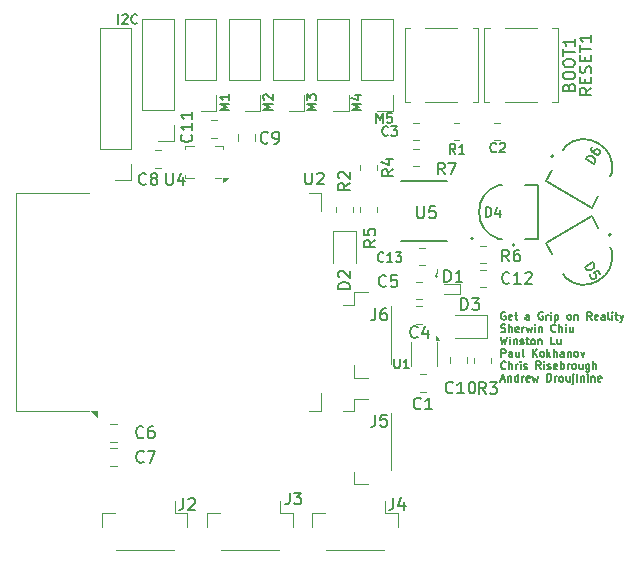
<source format=gbr>
%TF.GenerationSoftware,KiCad,Pcbnew,8.0.3*%
%TF.CreationDate,2024-07-15T22:47:52-04:00*%
%TF.ProjectId,get-a-grip-on-reality,6765742d-612d-4677-9269-702d6f6e2d72,rev?*%
%TF.SameCoordinates,Original*%
%TF.FileFunction,Legend,Top*%
%TF.FilePolarity,Positive*%
%FSLAX46Y46*%
G04 Gerber Fmt 4.6, Leading zero omitted, Abs format (unit mm)*
G04 Created by KiCad (PCBNEW 8.0.3) date 2024-07-15 22:47:52*
%MOMM*%
%LPD*%
G01*
G04 APERTURE LIST*
%ADD10C,0.050000*%
%ADD11C,0.140000*%
%ADD12C,0.162500*%
%ADD13C,0.150000*%
%ADD14C,0.200000*%
%ADD15C,0.127000*%
%ADD16C,0.120000*%
%ADD17C,0.100000*%
G04 APERTURE END LIST*
D10*
X70225000Y-54875000D02*
X70325000Y-54175000D01*
X70232812Y-54875000D02*
X70117187Y-54675000D01*
X70375000Y-54725000D02*
X70225000Y-54875000D01*
D11*
X63902815Y-40738418D02*
X63102815Y-40738418D01*
X63102815Y-40738418D02*
X63674243Y-40471752D01*
X63674243Y-40471752D02*
X63102815Y-40205085D01*
X63102815Y-40205085D02*
X63902815Y-40205085D01*
X63369481Y-39481275D02*
X63902815Y-39481275D01*
X63064720Y-39671751D02*
X63636148Y-39862228D01*
X63636148Y-39862228D02*
X63636148Y-39366989D01*
X65179581Y-41804815D02*
X65179581Y-41004815D01*
X65179581Y-41004815D02*
X65446247Y-41576243D01*
X65446247Y-41576243D02*
X65712914Y-41004815D01*
X65712914Y-41004815D02*
X65712914Y-41804815D01*
X66474819Y-41004815D02*
X66093867Y-41004815D01*
X66093867Y-41004815D02*
X66055771Y-41385767D01*
X66055771Y-41385767D02*
X66093867Y-41347672D01*
X66093867Y-41347672D02*
X66170057Y-41309577D01*
X66170057Y-41309577D02*
X66360533Y-41309577D01*
X66360533Y-41309577D02*
X66436724Y-41347672D01*
X66436724Y-41347672D02*
X66474819Y-41385767D01*
X66474819Y-41385767D02*
X66512914Y-41461958D01*
X66512914Y-41461958D02*
X66512914Y-41652434D01*
X66512914Y-41652434D02*
X66474819Y-41728624D01*
X66474819Y-41728624D02*
X66436724Y-41766720D01*
X66436724Y-41766720D02*
X66360533Y-41804815D01*
X66360533Y-41804815D02*
X66170057Y-41804815D01*
X66170057Y-41804815D02*
X66093867Y-41766720D01*
X66093867Y-41766720D02*
X66055771Y-41728624D01*
D12*
X76102145Y-57860634D02*
X76040240Y-57829682D01*
X76040240Y-57829682D02*
X75947383Y-57829682D01*
X75947383Y-57829682D02*
X75854526Y-57860634D01*
X75854526Y-57860634D02*
X75792621Y-57922539D01*
X75792621Y-57922539D02*
X75761668Y-57984444D01*
X75761668Y-57984444D02*
X75730716Y-58108253D01*
X75730716Y-58108253D02*
X75730716Y-58201110D01*
X75730716Y-58201110D02*
X75761668Y-58324920D01*
X75761668Y-58324920D02*
X75792621Y-58386825D01*
X75792621Y-58386825D02*
X75854526Y-58448730D01*
X75854526Y-58448730D02*
X75947383Y-58479682D01*
X75947383Y-58479682D02*
X76009287Y-58479682D01*
X76009287Y-58479682D02*
X76102145Y-58448730D01*
X76102145Y-58448730D02*
X76133097Y-58417777D01*
X76133097Y-58417777D02*
X76133097Y-58201110D01*
X76133097Y-58201110D02*
X76009287Y-58201110D01*
X76659287Y-58448730D02*
X76597383Y-58479682D01*
X76597383Y-58479682D02*
X76473573Y-58479682D01*
X76473573Y-58479682D02*
X76411668Y-58448730D01*
X76411668Y-58448730D02*
X76380716Y-58386825D01*
X76380716Y-58386825D02*
X76380716Y-58139206D01*
X76380716Y-58139206D02*
X76411668Y-58077301D01*
X76411668Y-58077301D02*
X76473573Y-58046349D01*
X76473573Y-58046349D02*
X76597383Y-58046349D01*
X76597383Y-58046349D02*
X76659287Y-58077301D01*
X76659287Y-58077301D02*
X76690240Y-58139206D01*
X76690240Y-58139206D02*
X76690240Y-58201110D01*
X76690240Y-58201110D02*
X76380716Y-58263015D01*
X76875954Y-58046349D02*
X77123573Y-58046349D01*
X76968811Y-57829682D02*
X76968811Y-58386825D01*
X76968811Y-58386825D02*
X76999764Y-58448730D01*
X76999764Y-58448730D02*
X77061669Y-58479682D01*
X77061669Y-58479682D02*
X77123573Y-58479682D01*
X78114050Y-58479682D02*
X78114050Y-58139206D01*
X78114050Y-58139206D02*
X78083097Y-58077301D01*
X78083097Y-58077301D02*
X78021193Y-58046349D01*
X78021193Y-58046349D02*
X77897383Y-58046349D01*
X77897383Y-58046349D02*
X77835478Y-58077301D01*
X78114050Y-58448730D02*
X78052145Y-58479682D01*
X78052145Y-58479682D02*
X77897383Y-58479682D01*
X77897383Y-58479682D02*
X77835478Y-58448730D01*
X77835478Y-58448730D02*
X77804526Y-58386825D01*
X77804526Y-58386825D02*
X77804526Y-58324920D01*
X77804526Y-58324920D02*
X77835478Y-58263015D01*
X77835478Y-58263015D02*
X77897383Y-58232063D01*
X77897383Y-58232063D02*
X78052145Y-58232063D01*
X78052145Y-58232063D02*
X78114050Y-58201110D01*
X79259288Y-57860634D02*
X79197383Y-57829682D01*
X79197383Y-57829682D02*
X79104526Y-57829682D01*
X79104526Y-57829682D02*
X79011669Y-57860634D01*
X79011669Y-57860634D02*
X78949764Y-57922539D01*
X78949764Y-57922539D02*
X78918811Y-57984444D01*
X78918811Y-57984444D02*
X78887859Y-58108253D01*
X78887859Y-58108253D02*
X78887859Y-58201110D01*
X78887859Y-58201110D02*
X78918811Y-58324920D01*
X78918811Y-58324920D02*
X78949764Y-58386825D01*
X78949764Y-58386825D02*
X79011669Y-58448730D01*
X79011669Y-58448730D02*
X79104526Y-58479682D01*
X79104526Y-58479682D02*
X79166430Y-58479682D01*
X79166430Y-58479682D02*
X79259288Y-58448730D01*
X79259288Y-58448730D02*
X79290240Y-58417777D01*
X79290240Y-58417777D02*
X79290240Y-58201110D01*
X79290240Y-58201110D02*
X79166430Y-58201110D01*
X79568811Y-58479682D02*
X79568811Y-58046349D01*
X79568811Y-58170158D02*
X79599764Y-58108253D01*
X79599764Y-58108253D02*
X79630716Y-58077301D01*
X79630716Y-58077301D02*
X79692621Y-58046349D01*
X79692621Y-58046349D02*
X79754526Y-58046349D01*
X79971192Y-58479682D02*
X79971192Y-58046349D01*
X79971192Y-57829682D02*
X79940240Y-57860634D01*
X79940240Y-57860634D02*
X79971192Y-57891587D01*
X79971192Y-57891587D02*
X80002145Y-57860634D01*
X80002145Y-57860634D02*
X79971192Y-57829682D01*
X79971192Y-57829682D02*
X79971192Y-57891587D01*
X80280716Y-58046349D02*
X80280716Y-58696349D01*
X80280716Y-58077301D02*
X80342621Y-58046349D01*
X80342621Y-58046349D02*
X80466431Y-58046349D01*
X80466431Y-58046349D02*
X80528335Y-58077301D01*
X80528335Y-58077301D02*
X80559288Y-58108253D01*
X80559288Y-58108253D02*
X80590240Y-58170158D01*
X80590240Y-58170158D02*
X80590240Y-58355872D01*
X80590240Y-58355872D02*
X80559288Y-58417777D01*
X80559288Y-58417777D02*
X80528335Y-58448730D01*
X80528335Y-58448730D02*
X80466431Y-58479682D01*
X80466431Y-58479682D02*
X80342621Y-58479682D01*
X80342621Y-58479682D02*
X80280716Y-58448730D01*
X81456907Y-58479682D02*
X81395002Y-58448730D01*
X81395002Y-58448730D02*
X81364049Y-58417777D01*
X81364049Y-58417777D02*
X81333097Y-58355872D01*
X81333097Y-58355872D02*
X81333097Y-58170158D01*
X81333097Y-58170158D02*
X81364049Y-58108253D01*
X81364049Y-58108253D02*
X81395002Y-58077301D01*
X81395002Y-58077301D02*
X81456907Y-58046349D01*
X81456907Y-58046349D02*
X81549764Y-58046349D01*
X81549764Y-58046349D02*
X81611668Y-58077301D01*
X81611668Y-58077301D02*
X81642621Y-58108253D01*
X81642621Y-58108253D02*
X81673573Y-58170158D01*
X81673573Y-58170158D02*
X81673573Y-58355872D01*
X81673573Y-58355872D02*
X81642621Y-58417777D01*
X81642621Y-58417777D02*
X81611668Y-58448730D01*
X81611668Y-58448730D02*
X81549764Y-58479682D01*
X81549764Y-58479682D02*
X81456907Y-58479682D01*
X81952144Y-58046349D02*
X81952144Y-58479682D01*
X81952144Y-58108253D02*
X81983097Y-58077301D01*
X81983097Y-58077301D02*
X82045002Y-58046349D01*
X82045002Y-58046349D02*
X82137859Y-58046349D01*
X82137859Y-58046349D02*
X82199763Y-58077301D01*
X82199763Y-58077301D02*
X82230716Y-58139206D01*
X82230716Y-58139206D02*
X82230716Y-58479682D01*
X83406906Y-58479682D02*
X83190239Y-58170158D01*
X83035477Y-58479682D02*
X83035477Y-57829682D01*
X83035477Y-57829682D02*
X83283096Y-57829682D01*
X83283096Y-57829682D02*
X83345001Y-57860634D01*
X83345001Y-57860634D02*
X83375954Y-57891587D01*
X83375954Y-57891587D02*
X83406906Y-57953491D01*
X83406906Y-57953491D02*
X83406906Y-58046349D01*
X83406906Y-58046349D02*
X83375954Y-58108253D01*
X83375954Y-58108253D02*
X83345001Y-58139206D01*
X83345001Y-58139206D02*
X83283096Y-58170158D01*
X83283096Y-58170158D02*
X83035477Y-58170158D01*
X83933096Y-58448730D02*
X83871192Y-58479682D01*
X83871192Y-58479682D02*
X83747382Y-58479682D01*
X83747382Y-58479682D02*
X83685477Y-58448730D01*
X83685477Y-58448730D02*
X83654525Y-58386825D01*
X83654525Y-58386825D02*
X83654525Y-58139206D01*
X83654525Y-58139206D02*
X83685477Y-58077301D01*
X83685477Y-58077301D02*
X83747382Y-58046349D01*
X83747382Y-58046349D02*
X83871192Y-58046349D01*
X83871192Y-58046349D02*
X83933096Y-58077301D01*
X83933096Y-58077301D02*
X83964049Y-58139206D01*
X83964049Y-58139206D02*
X83964049Y-58201110D01*
X83964049Y-58201110D02*
X83654525Y-58263015D01*
X84521192Y-58479682D02*
X84521192Y-58139206D01*
X84521192Y-58139206D02*
X84490239Y-58077301D01*
X84490239Y-58077301D02*
X84428335Y-58046349D01*
X84428335Y-58046349D02*
X84304525Y-58046349D01*
X84304525Y-58046349D02*
X84242620Y-58077301D01*
X84521192Y-58448730D02*
X84459287Y-58479682D01*
X84459287Y-58479682D02*
X84304525Y-58479682D01*
X84304525Y-58479682D02*
X84242620Y-58448730D01*
X84242620Y-58448730D02*
X84211668Y-58386825D01*
X84211668Y-58386825D02*
X84211668Y-58324920D01*
X84211668Y-58324920D02*
X84242620Y-58263015D01*
X84242620Y-58263015D02*
X84304525Y-58232063D01*
X84304525Y-58232063D02*
X84459287Y-58232063D01*
X84459287Y-58232063D02*
X84521192Y-58201110D01*
X84923573Y-58479682D02*
X84861668Y-58448730D01*
X84861668Y-58448730D02*
X84830715Y-58386825D01*
X84830715Y-58386825D02*
X84830715Y-57829682D01*
X85171191Y-58479682D02*
X85171191Y-58046349D01*
X85171191Y-57829682D02*
X85140239Y-57860634D01*
X85140239Y-57860634D02*
X85171191Y-57891587D01*
X85171191Y-57891587D02*
X85202144Y-57860634D01*
X85202144Y-57860634D02*
X85171191Y-57829682D01*
X85171191Y-57829682D02*
X85171191Y-57891587D01*
X85387858Y-58046349D02*
X85635477Y-58046349D01*
X85480715Y-57829682D02*
X85480715Y-58386825D01*
X85480715Y-58386825D02*
X85511668Y-58448730D01*
X85511668Y-58448730D02*
X85573573Y-58479682D01*
X85573573Y-58479682D02*
X85635477Y-58479682D01*
X85790240Y-58046349D02*
X85945002Y-58479682D01*
X86099763Y-58046349D02*
X85945002Y-58479682D01*
X85945002Y-58479682D02*
X85883097Y-58634444D01*
X85883097Y-58634444D02*
X85852144Y-58665396D01*
X85852144Y-58665396D02*
X85790240Y-58696349D01*
X75730716Y-59495194D02*
X75823573Y-59526146D01*
X75823573Y-59526146D02*
X75978335Y-59526146D01*
X75978335Y-59526146D02*
X76040240Y-59495194D01*
X76040240Y-59495194D02*
X76071192Y-59464241D01*
X76071192Y-59464241D02*
X76102145Y-59402336D01*
X76102145Y-59402336D02*
X76102145Y-59340432D01*
X76102145Y-59340432D02*
X76071192Y-59278527D01*
X76071192Y-59278527D02*
X76040240Y-59247574D01*
X76040240Y-59247574D02*
X75978335Y-59216622D01*
X75978335Y-59216622D02*
X75854526Y-59185670D01*
X75854526Y-59185670D02*
X75792621Y-59154717D01*
X75792621Y-59154717D02*
X75761668Y-59123765D01*
X75761668Y-59123765D02*
X75730716Y-59061860D01*
X75730716Y-59061860D02*
X75730716Y-58999955D01*
X75730716Y-58999955D02*
X75761668Y-58938051D01*
X75761668Y-58938051D02*
X75792621Y-58907098D01*
X75792621Y-58907098D02*
X75854526Y-58876146D01*
X75854526Y-58876146D02*
X76009287Y-58876146D01*
X76009287Y-58876146D02*
X76102145Y-58907098D01*
X76380716Y-59526146D02*
X76380716Y-58876146D01*
X76659288Y-59526146D02*
X76659288Y-59185670D01*
X76659288Y-59185670D02*
X76628335Y-59123765D01*
X76628335Y-59123765D02*
X76566431Y-59092813D01*
X76566431Y-59092813D02*
X76473574Y-59092813D01*
X76473574Y-59092813D02*
X76411669Y-59123765D01*
X76411669Y-59123765D02*
X76380716Y-59154717D01*
X77216430Y-59495194D02*
X77154526Y-59526146D01*
X77154526Y-59526146D02*
X77030716Y-59526146D01*
X77030716Y-59526146D02*
X76968811Y-59495194D01*
X76968811Y-59495194D02*
X76937859Y-59433289D01*
X76937859Y-59433289D02*
X76937859Y-59185670D01*
X76937859Y-59185670D02*
X76968811Y-59123765D01*
X76968811Y-59123765D02*
X77030716Y-59092813D01*
X77030716Y-59092813D02*
X77154526Y-59092813D01*
X77154526Y-59092813D02*
X77216430Y-59123765D01*
X77216430Y-59123765D02*
X77247383Y-59185670D01*
X77247383Y-59185670D02*
X77247383Y-59247574D01*
X77247383Y-59247574D02*
X76937859Y-59309479D01*
X77525954Y-59526146D02*
X77525954Y-59092813D01*
X77525954Y-59216622D02*
X77556907Y-59154717D01*
X77556907Y-59154717D02*
X77587859Y-59123765D01*
X77587859Y-59123765D02*
X77649764Y-59092813D01*
X77649764Y-59092813D02*
X77711669Y-59092813D01*
X77866431Y-59092813D02*
X77990240Y-59526146D01*
X77990240Y-59526146D02*
X78114050Y-59216622D01*
X78114050Y-59216622D02*
X78237859Y-59526146D01*
X78237859Y-59526146D02*
X78361669Y-59092813D01*
X78609287Y-59526146D02*
X78609287Y-59092813D01*
X78609287Y-58876146D02*
X78578335Y-58907098D01*
X78578335Y-58907098D02*
X78609287Y-58938051D01*
X78609287Y-58938051D02*
X78640240Y-58907098D01*
X78640240Y-58907098D02*
X78609287Y-58876146D01*
X78609287Y-58876146D02*
X78609287Y-58938051D01*
X78918811Y-59092813D02*
X78918811Y-59526146D01*
X78918811Y-59154717D02*
X78949764Y-59123765D01*
X78949764Y-59123765D02*
X79011669Y-59092813D01*
X79011669Y-59092813D02*
X79104526Y-59092813D01*
X79104526Y-59092813D02*
X79166430Y-59123765D01*
X79166430Y-59123765D02*
X79197383Y-59185670D01*
X79197383Y-59185670D02*
X79197383Y-59526146D01*
X80373573Y-59464241D02*
X80342621Y-59495194D01*
X80342621Y-59495194D02*
X80249763Y-59526146D01*
X80249763Y-59526146D02*
X80187859Y-59526146D01*
X80187859Y-59526146D02*
X80095002Y-59495194D01*
X80095002Y-59495194D02*
X80033097Y-59433289D01*
X80033097Y-59433289D02*
X80002144Y-59371384D01*
X80002144Y-59371384D02*
X79971192Y-59247574D01*
X79971192Y-59247574D02*
X79971192Y-59154717D01*
X79971192Y-59154717D02*
X80002144Y-59030908D01*
X80002144Y-59030908D02*
X80033097Y-58969003D01*
X80033097Y-58969003D02*
X80095002Y-58907098D01*
X80095002Y-58907098D02*
X80187859Y-58876146D01*
X80187859Y-58876146D02*
X80249763Y-58876146D01*
X80249763Y-58876146D02*
X80342621Y-58907098D01*
X80342621Y-58907098D02*
X80373573Y-58938051D01*
X80652144Y-59526146D02*
X80652144Y-58876146D01*
X80930716Y-59526146D02*
X80930716Y-59185670D01*
X80930716Y-59185670D02*
X80899763Y-59123765D01*
X80899763Y-59123765D02*
X80837859Y-59092813D01*
X80837859Y-59092813D02*
X80745002Y-59092813D01*
X80745002Y-59092813D02*
X80683097Y-59123765D01*
X80683097Y-59123765D02*
X80652144Y-59154717D01*
X81240239Y-59526146D02*
X81240239Y-59092813D01*
X81240239Y-58876146D02*
X81209287Y-58907098D01*
X81209287Y-58907098D02*
X81240239Y-58938051D01*
X81240239Y-58938051D02*
X81271192Y-58907098D01*
X81271192Y-58907098D02*
X81240239Y-58876146D01*
X81240239Y-58876146D02*
X81240239Y-58938051D01*
X81828335Y-59092813D02*
X81828335Y-59526146D01*
X81549763Y-59092813D02*
X81549763Y-59433289D01*
X81549763Y-59433289D02*
X81580716Y-59495194D01*
X81580716Y-59495194D02*
X81642621Y-59526146D01*
X81642621Y-59526146D02*
X81735478Y-59526146D01*
X81735478Y-59526146D02*
X81797382Y-59495194D01*
X81797382Y-59495194D02*
X81828335Y-59464241D01*
X75699764Y-59922610D02*
X75854526Y-60572610D01*
X75854526Y-60572610D02*
X75978335Y-60108324D01*
X75978335Y-60108324D02*
X76102145Y-60572610D01*
X76102145Y-60572610D02*
X76256907Y-59922610D01*
X76504525Y-60572610D02*
X76504525Y-60139277D01*
X76504525Y-59922610D02*
X76473573Y-59953562D01*
X76473573Y-59953562D02*
X76504525Y-59984515D01*
X76504525Y-59984515D02*
X76535478Y-59953562D01*
X76535478Y-59953562D02*
X76504525Y-59922610D01*
X76504525Y-59922610D02*
X76504525Y-59984515D01*
X76814049Y-60139277D02*
X76814049Y-60572610D01*
X76814049Y-60201181D02*
X76845002Y-60170229D01*
X76845002Y-60170229D02*
X76906907Y-60139277D01*
X76906907Y-60139277D02*
X76999764Y-60139277D01*
X76999764Y-60139277D02*
X77061668Y-60170229D01*
X77061668Y-60170229D02*
X77092621Y-60232134D01*
X77092621Y-60232134D02*
X77092621Y-60572610D01*
X77371192Y-60541658D02*
X77433097Y-60572610D01*
X77433097Y-60572610D02*
X77556906Y-60572610D01*
X77556906Y-60572610D02*
X77618811Y-60541658D01*
X77618811Y-60541658D02*
X77649763Y-60479753D01*
X77649763Y-60479753D02*
X77649763Y-60448800D01*
X77649763Y-60448800D02*
X77618811Y-60386896D01*
X77618811Y-60386896D02*
X77556906Y-60355943D01*
X77556906Y-60355943D02*
X77464049Y-60355943D01*
X77464049Y-60355943D02*
X77402144Y-60324991D01*
X77402144Y-60324991D02*
X77371192Y-60263086D01*
X77371192Y-60263086D02*
X77371192Y-60232134D01*
X77371192Y-60232134D02*
X77402144Y-60170229D01*
X77402144Y-60170229D02*
X77464049Y-60139277D01*
X77464049Y-60139277D02*
X77556906Y-60139277D01*
X77556906Y-60139277D02*
X77618811Y-60170229D01*
X77835477Y-60139277D02*
X78083096Y-60139277D01*
X77928334Y-59922610D02*
X77928334Y-60479753D01*
X77928334Y-60479753D02*
X77959287Y-60541658D01*
X77959287Y-60541658D02*
X78021192Y-60572610D01*
X78021192Y-60572610D02*
X78083096Y-60572610D01*
X78392621Y-60572610D02*
X78330716Y-60541658D01*
X78330716Y-60541658D02*
X78299763Y-60510705D01*
X78299763Y-60510705D02*
X78268811Y-60448800D01*
X78268811Y-60448800D02*
X78268811Y-60263086D01*
X78268811Y-60263086D02*
X78299763Y-60201181D01*
X78299763Y-60201181D02*
X78330716Y-60170229D01*
X78330716Y-60170229D02*
X78392621Y-60139277D01*
X78392621Y-60139277D02*
X78485478Y-60139277D01*
X78485478Y-60139277D02*
X78547382Y-60170229D01*
X78547382Y-60170229D02*
X78578335Y-60201181D01*
X78578335Y-60201181D02*
X78609287Y-60263086D01*
X78609287Y-60263086D02*
X78609287Y-60448800D01*
X78609287Y-60448800D02*
X78578335Y-60510705D01*
X78578335Y-60510705D02*
X78547382Y-60541658D01*
X78547382Y-60541658D02*
X78485478Y-60572610D01*
X78485478Y-60572610D02*
X78392621Y-60572610D01*
X78887858Y-60139277D02*
X78887858Y-60572610D01*
X78887858Y-60201181D02*
X78918811Y-60170229D01*
X78918811Y-60170229D02*
X78980716Y-60139277D01*
X78980716Y-60139277D02*
X79073573Y-60139277D01*
X79073573Y-60139277D02*
X79135477Y-60170229D01*
X79135477Y-60170229D02*
X79166430Y-60232134D01*
X79166430Y-60232134D02*
X79166430Y-60572610D01*
X80280715Y-60572610D02*
X79971191Y-60572610D01*
X79971191Y-60572610D02*
X79971191Y-59922610D01*
X80775953Y-60139277D02*
X80775953Y-60572610D01*
X80497381Y-60139277D02*
X80497381Y-60479753D01*
X80497381Y-60479753D02*
X80528334Y-60541658D01*
X80528334Y-60541658D02*
X80590239Y-60572610D01*
X80590239Y-60572610D02*
X80683096Y-60572610D01*
X80683096Y-60572610D02*
X80745000Y-60541658D01*
X80745000Y-60541658D02*
X80775953Y-60510705D01*
X75761668Y-61619074D02*
X75761668Y-60969074D01*
X75761668Y-60969074D02*
X76009287Y-60969074D01*
X76009287Y-60969074D02*
X76071192Y-61000026D01*
X76071192Y-61000026D02*
X76102145Y-61030979D01*
X76102145Y-61030979D02*
X76133097Y-61092883D01*
X76133097Y-61092883D02*
X76133097Y-61185741D01*
X76133097Y-61185741D02*
X76102145Y-61247645D01*
X76102145Y-61247645D02*
X76071192Y-61278598D01*
X76071192Y-61278598D02*
X76009287Y-61309550D01*
X76009287Y-61309550D02*
X75761668Y-61309550D01*
X76690240Y-61619074D02*
X76690240Y-61278598D01*
X76690240Y-61278598D02*
X76659287Y-61216693D01*
X76659287Y-61216693D02*
X76597383Y-61185741D01*
X76597383Y-61185741D02*
X76473573Y-61185741D01*
X76473573Y-61185741D02*
X76411668Y-61216693D01*
X76690240Y-61588122D02*
X76628335Y-61619074D01*
X76628335Y-61619074D02*
X76473573Y-61619074D01*
X76473573Y-61619074D02*
X76411668Y-61588122D01*
X76411668Y-61588122D02*
X76380716Y-61526217D01*
X76380716Y-61526217D02*
X76380716Y-61464312D01*
X76380716Y-61464312D02*
X76411668Y-61402407D01*
X76411668Y-61402407D02*
X76473573Y-61371455D01*
X76473573Y-61371455D02*
X76628335Y-61371455D01*
X76628335Y-61371455D02*
X76690240Y-61340502D01*
X77278335Y-61185741D02*
X77278335Y-61619074D01*
X76999763Y-61185741D02*
X76999763Y-61526217D01*
X76999763Y-61526217D02*
X77030716Y-61588122D01*
X77030716Y-61588122D02*
X77092621Y-61619074D01*
X77092621Y-61619074D02*
X77185478Y-61619074D01*
X77185478Y-61619074D02*
X77247382Y-61588122D01*
X77247382Y-61588122D02*
X77278335Y-61557169D01*
X77680716Y-61619074D02*
X77618811Y-61588122D01*
X77618811Y-61588122D02*
X77587858Y-61526217D01*
X77587858Y-61526217D02*
X77587858Y-60969074D01*
X78423572Y-61619074D02*
X78423572Y-60969074D01*
X78795001Y-61619074D02*
X78516430Y-61247645D01*
X78795001Y-60969074D02*
X78423572Y-61340502D01*
X79166430Y-61619074D02*
X79104525Y-61588122D01*
X79104525Y-61588122D02*
X79073572Y-61557169D01*
X79073572Y-61557169D02*
X79042620Y-61495264D01*
X79042620Y-61495264D02*
X79042620Y-61309550D01*
X79042620Y-61309550D02*
X79073572Y-61247645D01*
X79073572Y-61247645D02*
X79104525Y-61216693D01*
X79104525Y-61216693D02*
X79166430Y-61185741D01*
X79166430Y-61185741D02*
X79259287Y-61185741D01*
X79259287Y-61185741D02*
X79321191Y-61216693D01*
X79321191Y-61216693D02*
X79352144Y-61247645D01*
X79352144Y-61247645D02*
X79383096Y-61309550D01*
X79383096Y-61309550D02*
X79383096Y-61495264D01*
X79383096Y-61495264D02*
X79352144Y-61557169D01*
X79352144Y-61557169D02*
X79321191Y-61588122D01*
X79321191Y-61588122D02*
X79259287Y-61619074D01*
X79259287Y-61619074D02*
X79166430Y-61619074D01*
X79661667Y-61619074D02*
X79661667Y-60969074D01*
X79723572Y-61371455D02*
X79909286Y-61619074D01*
X79909286Y-61185741D02*
X79661667Y-61433360D01*
X80187857Y-61619074D02*
X80187857Y-60969074D01*
X80466429Y-61619074D02*
X80466429Y-61278598D01*
X80466429Y-61278598D02*
X80435476Y-61216693D01*
X80435476Y-61216693D02*
X80373572Y-61185741D01*
X80373572Y-61185741D02*
X80280715Y-61185741D01*
X80280715Y-61185741D02*
X80218810Y-61216693D01*
X80218810Y-61216693D02*
X80187857Y-61247645D01*
X81054524Y-61619074D02*
X81054524Y-61278598D01*
X81054524Y-61278598D02*
X81023571Y-61216693D01*
X81023571Y-61216693D02*
X80961667Y-61185741D01*
X80961667Y-61185741D02*
X80837857Y-61185741D01*
X80837857Y-61185741D02*
X80775952Y-61216693D01*
X81054524Y-61588122D02*
X80992619Y-61619074D01*
X80992619Y-61619074D02*
X80837857Y-61619074D01*
X80837857Y-61619074D02*
X80775952Y-61588122D01*
X80775952Y-61588122D02*
X80745000Y-61526217D01*
X80745000Y-61526217D02*
X80745000Y-61464312D01*
X80745000Y-61464312D02*
X80775952Y-61402407D01*
X80775952Y-61402407D02*
X80837857Y-61371455D01*
X80837857Y-61371455D02*
X80992619Y-61371455D01*
X80992619Y-61371455D02*
X81054524Y-61340502D01*
X81364047Y-61185741D02*
X81364047Y-61619074D01*
X81364047Y-61247645D02*
X81395000Y-61216693D01*
X81395000Y-61216693D02*
X81456905Y-61185741D01*
X81456905Y-61185741D02*
X81549762Y-61185741D01*
X81549762Y-61185741D02*
X81611666Y-61216693D01*
X81611666Y-61216693D02*
X81642619Y-61278598D01*
X81642619Y-61278598D02*
X81642619Y-61619074D01*
X82045000Y-61619074D02*
X81983095Y-61588122D01*
X81983095Y-61588122D02*
X81952142Y-61557169D01*
X81952142Y-61557169D02*
X81921190Y-61495264D01*
X81921190Y-61495264D02*
X81921190Y-61309550D01*
X81921190Y-61309550D02*
X81952142Y-61247645D01*
X81952142Y-61247645D02*
X81983095Y-61216693D01*
X81983095Y-61216693D02*
X82045000Y-61185741D01*
X82045000Y-61185741D02*
X82137857Y-61185741D01*
X82137857Y-61185741D02*
X82199761Y-61216693D01*
X82199761Y-61216693D02*
X82230714Y-61247645D01*
X82230714Y-61247645D02*
X82261666Y-61309550D01*
X82261666Y-61309550D02*
X82261666Y-61495264D01*
X82261666Y-61495264D02*
X82230714Y-61557169D01*
X82230714Y-61557169D02*
X82199761Y-61588122D01*
X82199761Y-61588122D02*
X82137857Y-61619074D01*
X82137857Y-61619074D02*
X82045000Y-61619074D01*
X82478333Y-61185741D02*
X82633095Y-61619074D01*
X82633095Y-61619074D02*
X82787856Y-61185741D01*
X76133097Y-62603633D02*
X76102145Y-62634586D01*
X76102145Y-62634586D02*
X76009287Y-62665538D01*
X76009287Y-62665538D02*
X75947383Y-62665538D01*
X75947383Y-62665538D02*
X75854526Y-62634586D01*
X75854526Y-62634586D02*
X75792621Y-62572681D01*
X75792621Y-62572681D02*
X75761668Y-62510776D01*
X75761668Y-62510776D02*
X75730716Y-62386966D01*
X75730716Y-62386966D02*
X75730716Y-62294109D01*
X75730716Y-62294109D02*
X75761668Y-62170300D01*
X75761668Y-62170300D02*
X75792621Y-62108395D01*
X75792621Y-62108395D02*
X75854526Y-62046490D01*
X75854526Y-62046490D02*
X75947383Y-62015538D01*
X75947383Y-62015538D02*
X76009287Y-62015538D01*
X76009287Y-62015538D02*
X76102145Y-62046490D01*
X76102145Y-62046490D02*
X76133097Y-62077443D01*
X76411668Y-62665538D02*
X76411668Y-62015538D01*
X76690240Y-62665538D02*
X76690240Y-62325062D01*
X76690240Y-62325062D02*
X76659287Y-62263157D01*
X76659287Y-62263157D02*
X76597383Y-62232205D01*
X76597383Y-62232205D02*
X76504526Y-62232205D01*
X76504526Y-62232205D02*
X76442621Y-62263157D01*
X76442621Y-62263157D02*
X76411668Y-62294109D01*
X76999763Y-62665538D02*
X76999763Y-62232205D01*
X76999763Y-62356014D02*
X77030716Y-62294109D01*
X77030716Y-62294109D02*
X77061668Y-62263157D01*
X77061668Y-62263157D02*
X77123573Y-62232205D01*
X77123573Y-62232205D02*
X77185478Y-62232205D01*
X77402144Y-62665538D02*
X77402144Y-62232205D01*
X77402144Y-62015538D02*
X77371192Y-62046490D01*
X77371192Y-62046490D02*
X77402144Y-62077443D01*
X77402144Y-62077443D02*
X77433097Y-62046490D01*
X77433097Y-62046490D02*
X77402144Y-62015538D01*
X77402144Y-62015538D02*
X77402144Y-62077443D01*
X77680716Y-62634586D02*
X77742621Y-62665538D01*
X77742621Y-62665538D02*
X77866430Y-62665538D01*
X77866430Y-62665538D02*
X77928335Y-62634586D01*
X77928335Y-62634586D02*
X77959287Y-62572681D01*
X77959287Y-62572681D02*
X77959287Y-62541728D01*
X77959287Y-62541728D02*
X77928335Y-62479824D01*
X77928335Y-62479824D02*
X77866430Y-62448871D01*
X77866430Y-62448871D02*
X77773573Y-62448871D01*
X77773573Y-62448871D02*
X77711668Y-62417919D01*
X77711668Y-62417919D02*
X77680716Y-62356014D01*
X77680716Y-62356014D02*
X77680716Y-62325062D01*
X77680716Y-62325062D02*
X77711668Y-62263157D01*
X77711668Y-62263157D02*
X77773573Y-62232205D01*
X77773573Y-62232205D02*
X77866430Y-62232205D01*
X77866430Y-62232205D02*
X77928335Y-62263157D01*
X79104525Y-62665538D02*
X78887858Y-62356014D01*
X78733096Y-62665538D02*
X78733096Y-62015538D01*
X78733096Y-62015538D02*
X78980715Y-62015538D01*
X78980715Y-62015538D02*
X79042620Y-62046490D01*
X79042620Y-62046490D02*
X79073573Y-62077443D01*
X79073573Y-62077443D02*
X79104525Y-62139347D01*
X79104525Y-62139347D02*
X79104525Y-62232205D01*
X79104525Y-62232205D02*
X79073573Y-62294109D01*
X79073573Y-62294109D02*
X79042620Y-62325062D01*
X79042620Y-62325062D02*
X78980715Y-62356014D01*
X78980715Y-62356014D02*
X78733096Y-62356014D01*
X79383096Y-62665538D02*
X79383096Y-62232205D01*
X79383096Y-62015538D02*
X79352144Y-62046490D01*
X79352144Y-62046490D02*
X79383096Y-62077443D01*
X79383096Y-62077443D02*
X79414049Y-62046490D01*
X79414049Y-62046490D02*
X79383096Y-62015538D01*
X79383096Y-62015538D02*
X79383096Y-62077443D01*
X79661668Y-62634586D02*
X79723573Y-62665538D01*
X79723573Y-62665538D02*
X79847382Y-62665538D01*
X79847382Y-62665538D02*
X79909287Y-62634586D01*
X79909287Y-62634586D02*
X79940239Y-62572681D01*
X79940239Y-62572681D02*
X79940239Y-62541728D01*
X79940239Y-62541728D02*
X79909287Y-62479824D01*
X79909287Y-62479824D02*
X79847382Y-62448871D01*
X79847382Y-62448871D02*
X79754525Y-62448871D01*
X79754525Y-62448871D02*
X79692620Y-62417919D01*
X79692620Y-62417919D02*
X79661668Y-62356014D01*
X79661668Y-62356014D02*
X79661668Y-62325062D01*
X79661668Y-62325062D02*
X79692620Y-62263157D01*
X79692620Y-62263157D02*
X79754525Y-62232205D01*
X79754525Y-62232205D02*
X79847382Y-62232205D01*
X79847382Y-62232205D02*
X79909287Y-62263157D01*
X80466429Y-62634586D02*
X80404525Y-62665538D01*
X80404525Y-62665538D02*
X80280715Y-62665538D01*
X80280715Y-62665538D02*
X80218810Y-62634586D01*
X80218810Y-62634586D02*
X80187858Y-62572681D01*
X80187858Y-62572681D02*
X80187858Y-62325062D01*
X80187858Y-62325062D02*
X80218810Y-62263157D01*
X80218810Y-62263157D02*
X80280715Y-62232205D01*
X80280715Y-62232205D02*
X80404525Y-62232205D01*
X80404525Y-62232205D02*
X80466429Y-62263157D01*
X80466429Y-62263157D02*
X80497382Y-62325062D01*
X80497382Y-62325062D02*
X80497382Y-62386966D01*
X80497382Y-62386966D02*
X80187858Y-62448871D01*
X80775953Y-62665538D02*
X80775953Y-62015538D01*
X80775953Y-62263157D02*
X80837858Y-62232205D01*
X80837858Y-62232205D02*
X80961668Y-62232205D01*
X80961668Y-62232205D02*
X81023572Y-62263157D01*
X81023572Y-62263157D02*
X81054525Y-62294109D01*
X81054525Y-62294109D02*
X81085477Y-62356014D01*
X81085477Y-62356014D02*
X81085477Y-62541728D01*
X81085477Y-62541728D02*
X81054525Y-62603633D01*
X81054525Y-62603633D02*
X81023572Y-62634586D01*
X81023572Y-62634586D02*
X80961668Y-62665538D01*
X80961668Y-62665538D02*
X80837858Y-62665538D01*
X80837858Y-62665538D02*
X80775953Y-62634586D01*
X81364048Y-62665538D02*
X81364048Y-62232205D01*
X81364048Y-62356014D02*
X81395001Y-62294109D01*
X81395001Y-62294109D02*
X81425953Y-62263157D01*
X81425953Y-62263157D02*
X81487858Y-62232205D01*
X81487858Y-62232205D02*
X81549763Y-62232205D01*
X81859287Y-62665538D02*
X81797382Y-62634586D01*
X81797382Y-62634586D02*
X81766429Y-62603633D01*
X81766429Y-62603633D02*
X81735477Y-62541728D01*
X81735477Y-62541728D02*
X81735477Y-62356014D01*
X81735477Y-62356014D02*
X81766429Y-62294109D01*
X81766429Y-62294109D02*
X81797382Y-62263157D01*
X81797382Y-62263157D02*
X81859287Y-62232205D01*
X81859287Y-62232205D02*
X81952144Y-62232205D01*
X81952144Y-62232205D02*
X82014048Y-62263157D01*
X82014048Y-62263157D02*
X82045001Y-62294109D01*
X82045001Y-62294109D02*
X82075953Y-62356014D01*
X82075953Y-62356014D02*
X82075953Y-62541728D01*
X82075953Y-62541728D02*
X82045001Y-62603633D01*
X82045001Y-62603633D02*
X82014048Y-62634586D01*
X82014048Y-62634586D02*
X81952144Y-62665538D01*
X81952144Y-62665538D02*
X81859287Y-62665538D01*
X82633096Y-62232205D02*
X82633096Y-62665538D01*
X82354524Y-62232205D02*
X82354524Y-62572681D01*
X82354524Y-62572681D02*
X82385477Y-62634586D01*
X82385477Y-62634586D02*
X82447382Y-62665538D01*
X82447382Y-62665538D02*
X82540239Y-62665538D01*
X82540239Y-62665538D02*
X82602143Y-62634586D01*
X82602143Y-62634586D02*
X82633096Y-62603633D01*
X83221191Y-62232205D02*
X83221191Y-62758395D01*
X83221191Y-62758395D02*
X83190238Y-62820300D01*
X83190238Y-62820300D02*
X83159286Y-62851252D01*
X83159286Y-62851252D02*
X83097381Y-62882205D01*
X83097381Y-62882205D02*
X83004524Y-62882205D01*
X83004524Y-62882205D02*
X82942619Y-62851252D01*
X83221191Y-62634586D02*
X83159286Y-62665538D01*
X83159286Y-62665538D02*
X83035477Y-62665538D01*
X83035477Y-62665538D02*
X82973572Y-62634586D01*
X82973572Y-62634586D02*
X82942619Y-62603633D01*
X82942619Y-62603633D02*
X82911667Y-62541728D01*
X82911667Y-62541728D02*
X82911667Y-62356014D01*
X82911667Y-62356014D02*
X82942619Y-62294109D01*
X82942619Y-62294109D02*
X82973572Y-62263157D01*
X82973572Y-62263157D02*
X83035477Y-62232205D01*
X83035477Y-62232205D02*
X83159286Y-62232205D01*
X83159286Y-62232205D02*
X83221191Y-62263157D01*
X83530714Y-62665538D02*
X83530714Y-62015538D01*
X83809286Y-62665538D02*
X83809286Y-62325062D01*
X83809286Y-62325062D02*
X83778333Y-62263157D01*
X83778333Y-62263157D02*
X83716429Y-62232205D01*
X83716429Y-62232205D02*
X83623572Y-62232205D01*
X83623572Y-62232205D02*
X83561667Y-62263157D01*
X83561667Y-62263157D02*
X83530714Y-62294109D01*
X75730716Y-63526288D02*
X76040240Y-63526288D01*
X75668811Y-63712002D02*
X75885478Y-63062002D01*
X75885478Y-63062002D02*
X76102145Y-63712002D01*
X76318811Y-63278669D02*
X76318811Y-63712002D01*
X76318811Y-63340573D02*
X76349764Y-63309621D01*
X76349764Y-63309621D02*
X76411669Y-63278669D01*
X76411669Y-63278669D02*
X76504526Y-63278669D01*
X76504526Y-63278669D02*
X76566430Y-63309621D01*
X76566430Y-63309621D02*
X76597383Y-63371526D01*
X76597383Y-63371526D02*
X76597383Y-63712002D01*
X77185478Y-63712002D02*
X77185478Y-63062002D01*
X77185478Y-63681050D02*
X77123573Y-63712002D01*
X77123573Y-63712002D02*
X76999764Y-63712002D01*
X76999764Y-63712002D02*
X76937859Y-63681050D01*
X76937859Y-63681050D02*
X76906906Y-63650097D01*
X76906906Y-63650097D02*
X76875954Y-63588192D01*
X76875954Y-63588192D02*
X76875954Y-63402478D01*
X76875954Y-63402478D02*
X76906906Y-63340573D01*
X76906906Y-63340573D02*
X76937859Y-63309621D01*
X76937859Y-63309621D02*
X76999764Y-63278669D01*
X76999764Y-63278669D02*
X77123573Y-63278669D01*
X77123573Y-63278669D02*
X77185478Y-63309621D01*
X77495001Y-63712002D02*
X77495001Y-63278669D01*
X77495001Y-63402478D02*
X77525954Y-63340573D01*
X77525954Y-63340573D02*
X77556906Y-63309621D01*
X77556906Y-63309621D02*
X77618811Y-63278669D01*
X77618811Y-63278669D02*
X77680716Y-63278669D01*
X78145001Y-63681050D02*
X78083097Y-63712002D01*
X78083097Y-63712002D02*
X77959287Y-63712002D01*
X77959287Y-63712002D02*
X77897382Y-63681050D01*
X77897382Y-63681050D02*
X77866430Y-63619145D01*
X77866430Y-63619145D02*
X77866430Y-63371526D01*
X77866430Y-63371526D02*
X77897382Y-63309621D01*
X77897382Y-63309621D02*
X77959287Y-63278669D01*
X77959287Y-63278669D02*
X78083097Y-63278669D01*
X78083097Y-63278669D02*
X78145001Y-63309621D01*
X78145001Y-63309621D02*
X78175954Y-63371526D01*
X78175954Y-63371526D02*
X78175954Y-63433430D01*
X78175954Y-63433430D02*
X77866430Y-63495335D01*
X78392621Y-63278669D02*
X78516430Y-63712002D01*
X78516430Y-63712002D02*
X78640240Y-63402478D01*
X78640240Y-63402478D02*
X78764049Y-63712002D01*
X78764049Y-63712002D02*
X78887859Y-63278669D01*
X79630715Y-63712002D02*
X79630715Y-63062002D01*
X79630715Y-63062002D02*
X79785477Y-63062002D01*
X79785477Y-63062002D02*
X79878334Y-63092954D01*
X79878334Y-63092954D02*
X79940239Y-63154859D01*
X79940239Y-63154859D02*
X79971192Y-63216764D01*
X79971192Y-63216764D02*
X80002144Y-63340573D01*
X80002144Y-63340573D02*
X80002144Y-63433430D01*
X80002144Y-63433430D02*
X79971192Y-63557240D01*
X79971192Y-63557240D02*
X79940239Y-63619145D01*
X79940239Y-63619145D02*
X79878334Y-63681050D01*
X79878334Y-63681050D02*
X79785477Y-63712002D01*
X79785477Y-63712002D02*
X79630715Y-63712002D01*
X80280715Y-63712002D02*
X80280715Y-63278669D01*
X80280715Y-63402478D02*
X80311668Y-63340573D01*
X80311668Y-63340573D02*
X80342620Y-63309621D01*
X80342620Y-63309621D02*
X80404525Y-63278669D01*
X80404525Y-63278669D02*
X80466430Y-63278669D01*
X80775954Y-63712002D02*
X80714049Y-63681050D01*
X80714049Y-63681050D02*
X80683096Y-63650097D01*
X80683096Y-63650097D02*
X80652144Y-63588192D01*
X80652144Y-63588192D02*
X80652144Y-63402478D01*
X80652144Y-63402478D02*
X80683096Y-63340573D01*
X80683096Y-63340573D02*
X80714049Y-63309621D01*
X80714049Y-63309621D02*
X80775954Y-63278669D01*
X80775954Y-63278669D02*
X80868811Y-63278669D01*
X80868811Y-63278669D02*
X80930715Y-63309621D01*
X80930715Y-63309621D02*
X80961668Y-63340573D01*
X80961668Y-63340573D02*
X80992620Y-63402478D01*
X80992620Y-63402478D02*
X80992620Y-63588192D01*
X80992620Y-63588192D02*
X80961668Y-63650097D01*
X80961668Y-63650097D02*
X80930715Y-63681050D01*
X80930715Y-63681050D02*
X80868811Y-63712002D01*
X80868811Y-63712002D02*
X80775954Y-63712002D01*
X81549763Y-63278669D02*
X81549763Y-63712002D01*
X81271191Y-63278669D02*
X81271191Y-63619145D01*
X81271191Y-63619145D02*
X81302144Y-63681050D01*
X81302144Y-63681050D02*
X81364049Y-63712002D01*
X81364049Y-63712002D02*
X81456906Y-63712002D01*
X81456906Y-63712002D02*
X81518810Y-63681050D01*
X81518810Y-63681050D02*
X81549763Y-63650097D01*
X81859286Y-63278669D02*
X81859286Y-63835811D01*
X81859286Y-63835811D02*
X81828334Y-63897716D01*
X81828334Y-63897716D02*
X81766429Y-63928669D01*
X81766429Y-63928669D02*
X81735477Y-63928669D01*
X81859286Y-63062002D02*
X81828334Y-63092954D01*
X81828334Y-63092954D02*
X81859286Y-63123907D01*
X81859286Y-63123907D02*
X81890239Y-63092954D01*
X81890239Y-63092954D02*
X81859286Y-63062002D01*
X81859286Y-63062002D02*
X81859286Y-63123907D01*
X82168810Y-63712002D02*
X82168810Y-63278669D01*
X82168810Y-63062002D02*
X82137858Y-63092954D01*
X82137858Y-63092954D02*
X82168810Y-63123907D01*
X82168810Y-63123907D02*
X82199763Y-63092954D01*
X82199763Y-63092954D02*
X82168810Y-63062002D01*
X82168810Y-63062002D02*
X82168810Y-63123907D01*
X82478334Y-63278669D02*
X82478334Y-63712002D01*
X82478334Y-63340573D02*
X82509287Y-63309621D01*
X82509287Y-63309621D02*
X82571192Y-63278669D01*
X82571192Y-63278669D02*
X82664049Y-63278669D01*
X82664049Y-63278669D02*
X82725953Y-63309621D01*
X82725953Y-63309621D02*
X82756906Y-63371526D01*
X82756906Y-63371526D02*
X82756906Y-63712002D01*
X83066429Y-63712002D02*
X83066429Y-63278669D01*
X83066429Y-63062002D02*
X83035477Y-63092954D01*
X83035477Y-63092954D02*
X83066429Y-63123907D01*
X83066429Y-63123907D02*
X83097382Y-63092954D01*
X83097382Y-63092954D02*
X83066429Y-63062002D01*
X83066429Y-63062002D02*
X83066429Y-63123907D01*
X83375953Y-63278669D02*
X83375953Y-63712002D01*
X83375953Y-63340573D02*
X83406906Y-63309621D01*
X83406906Y-63309621D02*
X83468811Y-63278669D01*
X83468811Y-63278669D02*
X83561668Y-63278669D01*
X83561668Y-63278669D02*
X83623572Y-63309621D01*
X83623572Y-63309621D02*
X83654525Y-63371526D01*
X83654525Y-63371526D02*
X83654525Y-63712002D01*
X84211667Y-63681050D02*
X84149763Y-63712002D01*
X84149763Y-63712002D02*
X84025953Y-63712002D01*
X84025953Y-63712002D02*
X83964048Y-63681050D01*
X83964048Y-63681050D02*
X83933096Y-63619145D01*
X83933096Y-63619145D02*
X83933096Y-63371526D01*
X83933096Y-63371526D02*
X83964048Y-63309621D01*
X83964048Y-63309621D02*
X84025953Y-63278669D01*
X84025953Y-63278669D02*
X84149763Y-63278669D01*
X84149763Y-63278669D02*
X84211667Y-63309621D01*
X84211667Y-63309621D02*
X84242620Y-63371526D01*
X84242620Y-63371526D02*
X84242620Y-63433430D01*
X84242620Y-63433430D02*
X83933096Y-63495335D01*
D11*
X52726815Y-40738418D02*
X51926815Y-40738418D01*
X51926815Y-40738418D02*
X52498243Y-40471752D01*
X52498243Y-40471752D02*
X51926815Y-40205085D01*
X51926815Y-40205085D02*
X52726815Y-40205085D01*
X52726815Y-39405085D02*
X52726815Y-39862228D01*
X52726815Y-39633656D02*
X51926815Y-39633656D01*
X51926815Y-39633656D02*
X52041100Y-39709847D01*
X52041100Y-39709847D02*
X52117291Y-39786037D01*
X52117291Y-39786037D02*
X52155386Y-39862228D01*
X43335581Y-33422815D02*
X43335581Y-32622815D01*
X43678437Y-32699005D02*
X43716533Y-32660910D01*
X43716533Y-32660910D02*
X43792723Y-32622815D01*
X43792723Y-32622815D02*
X43983199Y-32622815D01*
X43983199Y-32622815D02*
X44059390Y-32660910D01*
X44059390Y-32660910D02*
X44097485Y-32699005D01*
X44097485Y-32699005D02*
X44135580Y-32775196D01*
X44135580Y-32775196D02*
X44135580Y-32851386D01*
X44135580Y-32851386D02*
X44097485Y-32965672D01*
X44097485Y-32965672D02*
X43640342Y-33422815D01*
X43640342Y-33422815D02*
X44135580Y-33422815D01*
X44935581Y-33346624D02*
X44897485Y-33384720D01*
X44897485Y-33384720D02*
X44783200Y-33422815D01*
X44783200Y-33422815D02*
X44707009Y-33422815D01*
X44707009Y-33422815D02*
X44592723Y-33384720D01*
X44592723Y-33384720D02*
X44516533Y-33308529D01*
X44516533Y-33308529D02*
X44478438Y-33232339D01*
X44478438Y-33232339D02*
X44440342Y-33079958D01*
X44440342Y-33079958D02*
X44440342Y-32965672D01*
X44440342Y-32965672D02*
X44478438Y-32813291D01*
X44478438Y-32813291D02*
X44516533Y-32737100D01*
X44516533Y-32737100D02*
X44592723Y-32660910D01*
X44592723Y-32660910D02*
X44707009Y-32622815D01*
X44707009Y-32622815D02*
X44783200Y-32622815D01*
X44783200Y-32622815D02*
X44897485Y-32660910D01*
X44897485Y-32660910D02*
X44935581Y-32699005D01*
X56409815Y-40738418D02*
X55609815Y-40738418D01*
X55609815Y-40738418D02*
X56181243Y-40471752D01*
X56181243Y-40471752D02*
X55609815Y-40205085D01*
X55609815Y-40205085D02*
X56409815Y-40205085D01*
X55686005Y-39862228D02*
X55647910Y-39824132D01*
X55647910Y-39824132D02*
X55609815Y-39747942D01*
X55609815Y-39747942D02*
X55609815Y-39557466D01*
X55609815Y-39557466D02*
X55647910Y-39481275D01*
X55647910Y-39481275D02*
X55686005Y-39443180D01*
X55686005Y-39443180D02*
X55762196Y-39405085D01*
X55762196Y-39405085D02*
X55838386Y-39405085D01*
X55838386Y-39405085D02*
X55952672Y-39443180D01*
X55952672Y-39443180D02*
X56409815Y-39900323D01*
X56409815Y-39900323D02*
X56409815Y-39405085D01*
X60092815Y-40738418D02*
X59292815Y-40738418D01*
X59292815Y-40738418D02*
X59864243Y-40471752D01*
X59864243Y-40471752D02*
X59292815Y-40205085D01*
X59292815Y-40205085D02*
X60092815Y-40205085D01*
X59292815Y-39900323D02*
X59292815Y-39405085D01*
X59292815Y-39405085D02*
X59597577Y-39671751D01*
X59597577Y-39671751D02*
X59597577Y-39557466D01*
X59597577Y-39557466D02*
X59635672Y-39481275D01*
X59635672Y-39481275D02*
X59673767Y-39443180D01*
X59673767Y-39443180D02*
X59749958Y-39405085D01*
X59749958Y-39405085D02*
X59940434Y-39405085D01*
X59940434Y-39405085D02*
X60016624Y-39443180D01*
X60016624Y-39443180D02*
X60054720Y-39481275D01*
X60054720Y-39481275D02*
X60092815Y-39557466D01*
X60092815Y-39557466D02*
X60092815Y-39786037D01*
X60092815Y-39786037D02*
X60054720Y-39862228D01*
X60054720Y-39862228D02*
X60016624Y-39900323D01*
D13*
X82830005Y-54025780D02*
X83522825Y-53625780D01*
X83522825Y-53625780D02*
X83618063Y-53790737D01*
X83618063Y-53790737D02*
X83642215Y-53908759D01*
X83642215Y-53908759D02*
X83614327Y-54012837D01*
X83614327Y-54012837D02*
X83567392Y-54083924D01*
X83567392Y-54083924D02*
X83454473Y-54193106D01*
X83454473Y-54193106D02*
X83355499Y-54250249D01*
X83355499Y-54250249D02*
X83204486Y-54293448D01*
X83204486Y-54293448D02*
X83119455Y-54298552D01*
X83119455Y-54298552D02*
X83015377Y-54270664D01*
X83015377Y-54270664D02*
X82925243Y-54190737D01*
X82925243Y-54190737D02*
X82830005Y-54025780D01*
X84113301Y-54648515D02*
X83922825Y-54318600D01*
X83922825Y-54318600D02*
X83573863Y-54476085D01*
X83573863Y-54476085D02*
X83625902Y-54490029D01*
X83625902Y-54490029D02*
X83696989Y-54536964D01*
X83696989Y-54536964D02*
X83792227Y-54701921D01*
X83792227Y-54701921D02*
X83797331Y-54786952D01*
X83797331Y-54786952D02*
X83783387Y-54838991D01*
X83783387Y-54838991D02*
X83736452Y-54910078D01*
X83736452Y-54910078D02*
X83571494Y-55005316D01*
X83571494Y-55005316D02*
X83486464Y-55010420D01*
X83486464Y-55010420D02*
X83434425Y-54996476D01*
X83434425Y-54996476D02*
X83363338Y-54949540D01*
X83363338Y-54949540D02*
X83268100Y-54784583D01*
X83268100Y-54784583D02*
X83262996Y-54699553D01*
X83262996Y-54699553D02*
X83276940Y-54647514D01*
X45680333Y-46968580D02*
X45632714Y-47016200D01*
X45632714Y-47016200D02*
X45489857Y-47063819D01*
X45489857Y-47063819D02*
X45394619Y-47063819D01*
X45394619Y-47063819D02*
X45251762Y-47016200D01*
X45251762Y-47016200D02*
X45156524Y-46920961D01*
X45156524Y-46920961D02*
X45108905Y-46825723D01*
X45108905Y-46825723D02*
X45061286Y-46635247D01*
X45061286Y-46635247D02*
X45061286Y-46492390D01*
X45061286Y-46492390D02*
X45108905Y-46301914D01*
X45108905Y-46301914D02*
X45156524Y-46206676D01*
X45156524Y-46206676D02*
X45251762Y-46111438D01*
X45251762Y-46111438D02*
X45394619Y-46063819D01*
X45394619Y-46063819D02*
X45489857Y-46063819D01*
X45489857Y-46063819D02*
X45632714Y-46111438D01*
X45632714Y-46111438D02*
X45680333Y-46159057D01*
X46251762Y-46492390D02*
X46156524Y-46444771D01*
X46156524Y-46444771D02*
X46108905Y-46397152D01*
X46108905Y-46397152D02*
X46061286Y-46301914D01*
X46061286Y-46301914D02*
X46061286Y-46254295D01*
X46061286Y-46254295D02*
X46108905Y-46159057D01*
X46108905Y-46159057D02*
X46156524Y-46111438D01*
X46156524Y-46111438D02*
X46251762Y-46063819D01*
X46251762Y-46063819D02*
X46442238Y-46063819D01*
X46442238Y-46063819D02*
X46537476Y-46111438D01*
X46537476Y-46111438D02*
X46585095Y-46159057D01*
X46585095Y-46159057D02*
X46632714Y-46254295D01*
X46632714Y-46254295D02*
X46632714Y-46301914D01*
X46632714Y-46301914D02*
X46585095Y-46397152D01*
X46585095Y-46397152D02*
X46537476Y-46444771D01*
X46537476Y-46444771D02*
X46442238Y-46492390D01*
X46442238Y-46492390D02*
X46251762Y-46492390D01*
X46251762Y-46492390D02*
X46156524Y-46540009D01*
X46156524Y-46540009D02*
X46108905Y-46587628D01*
X46108905Y-46587628D02*
X46061286Y-46682866D01*
X46061286Y-46682866D02*
X46061286Y-46873342D01*
X46061286Y-46873342D02*
X46108905Y-46968580D01*
X46108905Y-46968580D02*
X46156524Y-47016200D01*
X46156524Y-47016200D02*
X46251762Y-47063819D01*
X46251762Y-47063819D02*
X46442238Y-47063819D01*
X46442238Y-47063819D02*
X46537476Y-47016200D01*
X46537476Y-47016200D02*
X46585095Y-46968580D01*
X46585095Y-46968580D02*
X46632714Y-46873342D01*
X46632714Y-46873342D02*
X46632714Y-46682866D01*
X46632714Y-46682866D02*
X46585095Y-46587628D01*
X46585095Y-46587628D02*
X46537476Y-46540009D01*
X46537476Y-46540009D02*
X46442238Y-46492390D01*
X45445833Y-68409580D02*
X45398214Y-68457200D01*
X45398214Y-68457200D02*
X45255357Y-68504819D01*
X45255357Y-68504819D02*
X45160119Y-68504819D01*
X45160119Y-68504819D02*
X45017262Y-68457200D01*
X45017262Y-68457200D02*
X44922024Y-68361961D01*
X44922024Y-68361961D02*
X44874405Y-68266723D01*
X44874405Y-68266723D02*
X44826786Y-68076247D01*
X44826786Y-68076247D02*
X44826786Y-67933390D01*
X44826786Y-67933390D02*
X44874405Y-67742914D01*
X44874405Y-67742914D02*
X44922024Y-67647676D01*
X44922024Y-67647676D02*
X45017262Y-67552438D01*
X45017262Y-67552438D02*
X45160119Y-67504819D01*
X45160119Y-67504819D02*
X45255357Y-67504819D01*
X45255357Y-67504819D02*
X45398214Y-67552438D01*
X45398214Y-67552438D02*
X45445833Y-67600057D01*
X46302976Y-67504819D02*
X46112500Y-67504819D01*
X46112500Y-67504819D02*
X46017262Y-67552438D01*
X46017262Y-67552438D02*
X45969643Y-67600057D01*
X45969643Y-67600057D02*
X45874405Y-67742914D01*
X45874405Y-67742914D02*
X45826786Y-67933390D01*
X45826786Y-67933390D02*
X45826786Y-68314342D01*
X45826786Y-68314342D02*
X45874405Y-68409580D01*
X45874405Y-68409580D02*
X45922024Y-68457200D01*
X45922024Y-68457200D02*
X46017262Y-68504819D01*
X46017262Y-68504819D02*
X46207738Y-68504819D01*
X46207738Y-68504819D02*
X46302976Y-68457200D01*
X46302976Y-68457200D02*
X46350595Y-68409580D01*
X46350595Y-68409580D02*
X46398214Y-68314342D01*
X46398214Y-68314342D02*
X46398214Y-68076247D01*
X46398214Y-68076247D02*
X46350595Y-67981009D01*
X46350595Y-67981009D02*
X46302976Y-67933390D01*
X46302976Y-67933390D02*
X46207738Y-67885771D01*
X46207738Y-67885771D02*
X46017262Y-67885771D01*
X46017262Y-67885771D02*
X45922024Y-67933390D01*
X45922024Y-67933390D02*
X45874405Y-67981009D01*
X45874405Y-67981009D02*
X45826786Y-68076247D01*
X65091666Y-57529819D02*
X65091666Y-58244104D01*
X65091666Y-58244104D02*
X65044047Y-58386961D01*
X65044047Y-58386961D02*
X64948809Y-58482200D01*
X64948809Y-58482200D02*
X64805952Y-58529819D01*
X64805952Y-58529819D02*
X64710714Y-58529819D01*
X65996428Y-57529819D02*
X65805952Y-57529819D01*
X65805952Y-57529819D02*
X65710714Y-57577438D01*
X65710714Y-57577438D02*
X65663095Y-57625057D01*
X65663095Y-57625057D02*
X65567857Y-57767914D01*
X65567857Y-57767914D02*
X65520238Y-57958390D01*
X65520238Y-57958390D02*
X65520238Y-58339342D01*
X65520238Y-58339342D02*
X65567857Y-58434580D01*
X65567857Y-58434580D02*
X65615476Y-58482200D01*
X65615476Y-58482200D02*
X65710714Y-58529819D01*
X65710714Y-58529819D02*
X65901190Y-58529819D01*
X65901190Y-58529819D02*
X65996428Y-58482200D01*
X65996428Y-58482200D02*
X66044047Y-58434580D01*
X66044047Y-58434580D02*
X66091666Y-58339342D01*
X66091666Y-58339342D02*
X66091666Y-58101247D01*
X66091666Y-58101247D02*
X66044047Y-58006009D01*
X66044047Y-58006009D02*
X65996428Y-57958390D01*
X65996428Y-57958390D02*
X65901190Y-57910771D01*
X65901190Y-57910771D02*
X65710714Y-57910771D01*
X65710714Y-57910771D02*
X65615476Y-57958390D01*
X65615476Y-57958390D02*
X65567857Y-58006009D01*
X65567857Y-58006009D02*
X65520238Y-58101247D01*
X66621819Y-45759666D02*
X66145628Y-46092999D01*
X66621819Y-46331094D02*
X65621819Y-46331094D01*
X65621819Y-46331094D02*
X65621819Y-45950142D01*
X65621819Y-45950142D02*
X65669438Y-45854904D01*
X65669438Y-45854904D02*
X65717057Y-45807285D01*
X65717057Y-45807285D02*
X65812295Y-45759666D01*
X65812295Y-45759666D02*
X65955152Y-45759666D01*
X65955152Y-45759666D02*
X66050390Y-45807285D01*
X66050390Y-45807285D02*
X66098009Y-45854904D01*
X66098009Y-45854904D02*
X66145628Y-45950142D01*
X66145628Y-45950142D02*
X66145628Y-46331094D01*
X65955152Y-44902523D02*
X66621819Y-44902523D01*
X65574200Y-45140618D02*
X66288485Y-45378713D01*
X66288485Y-45378713D02*
X66288485Y-44759666D01*
X66700476Y-61792295D02*
X66700476Y-62439914D01*
X66700476Y-62439914D02*
X66738571Y-62516104D01*
X66738571Y-62516104D02*
X66776666Y-62554200D01*
X66776666Y-62554200D02*
X66852857Y-62592295D01*
X66852857Y-62592295D02*
X67005238Y-62592295D01*
X67005238Y-62592295D02*
X67081428Y-62554200D01*
X67081428Y-62554200D02*
X67119523Y-62516104D01*
X67119523Y-62516104D02*
X67157619Y-62439914D01*
X67157619Y-62439914D02*
X67157619Y-61792295D01*
X67957618Y-62592295D02*
X67500475Y-62592295D01*
X67729047Y-62592295D02*
X67729047Y-61792295D01*
X67729047Y-61792295D02*
X67652856Y-61906580D01*
X67652856Y-61906580D02*
X67576666Y-61982771D01*
X67576666Y-61982771D02*
X67500475Y-62020866D01*
X62938819Y-55856094D02*
X61938819Y-55856094D01*
X61938819Y-55856094D02*
X61938819Y-55617999D01*
X61938819Y-55617999D02*
X61986438Y-55475142D01*
X61986438Y-55475142D02*
X62081676Y-55379904D01*
X62081676Y-55379904D02*
X62176914Y-55332285D01*
X62176914Y-55332285D02*
X62367390Y-55284666D01*
X62367390Y-55284666D02*
X62510247Y-55284666D01*
X62510247Y-55284666D02*
X62700723Y-55332285D01*
X62700723Y-55332285D02*
X62795961Y-55379904D01*
X62795961Y-55379904D02*
X62891200Y-55475142D01*
X62891200Y-55475142D02*
X62938819Y-55617999D01*
X62938819Y-55617999D02*
X62938819Y-55856094D01*
X62034057Y-54903713D02*
X61986438Y-54856094D01*
X61986438Y-54856094D02*
X61938819Y-54760856D01*
X61938819Y-54760856D02*
X61938819Y-54522761D01*
X61938819Y-54522761D02*
X61986438Y-54427523D01*
X61986438Y-54427523D02*
X62034057Y-54379904D01*
X62034057Y-54379904D02*
X62129295Y-54332285D01*
X62129295Y-54332285D02*
X62224533Y-54332285D01*
X62224533Y-54332285D02*
X62367390Y-54379904D01*
X62367390Y-54379904D02*
X62938819Y-54951332D01*
X62938819Y-54951332D02*
X62938819Y-54332285D01*
X66000333Y-55604580D02*
X65952714Y-55652200D01*
X65952714Y-55652200D02*
X65809857Y-55699819D01*
X65809857Y-55699819D02*
X65714619Y-55699819D01*
X65714619Y-55699819D02*
X65571762Y-55652200D01*
X65571762Y-55652200D02*
X65476524Y-55556961D01*
X65476524Y-55556961D02*
X65428905Y-55461723D01*
X65428905Y-55461723D02*
X65381286Y-55271247D01*
X65381286Y-55271247D02*
X65381286Y-55128390D01*
X65381286Y-55128390D02*
X65428905Y-54937914D01*
X65428905Y-54937914D02*
X65476524Y-54842676D01*
X65476524Y-54842676D02*
X65571762Y-54747438D01*
X65571762Y-54747438D02*
X65714619Y-54699819D01*
X65714619Y-54699819D02*
X65809857Y-54699819D01*
X65809857Y-54699819D02*
X65952714Y-54747438D01*
X65952714Y-54747438D02*
X66000333Y-54795057D01*
X66905095Y-54699819D02*
X66428905Y-54699819D01*
X66428905Y-54699819D02*
X66381286Y-55176009D01*
X66381286Y-55176009D02*
X66428905Y-55128390D01*
X66428905Y-55128390D02*
X66524143Y-55080771D01*
X66524143Y-55080771D02*
X66762238Y-55080771D01*
X66762238Y-55080771D02*
X66857476Y-55128390D01*
X66857476Y-55128390D02*
X66905095Y-55176009D01*
X66905095Y-55176009D02*
X66952714Y-55271247D01*
X66952714Y-55271247D02*
X66952714Y-55509342D01*
X66952714Y-55509342D02*
X66905095Y-55604580D01*
X66905095Y-55604580D02*
X66857476Y-55652200D01*
X66857476Y-55652200D02*
X66762238Y-55699819D01*
X66762238Y-55699819D02*
X66524143Y-55699819D01*
X66524143Y-55699819D02*
X66428905Y-55652200D01*
X66428905Y-55652200D02*
X66381286Y-55604580D01*
X66160667Y-42831104D02*
X66122571Y-42869200D01*
X66122571Y-42869200D02*
X66008286Y-42907295D01*
X66008286Y-42907295D02*
X65932095Y-42907295D01*
X65932095Y-42907295D02*
X65817809Y-42869200D01*
X65817809Y-42869200D02*
X65741619Y-42793009D01*
X65741619Y-42793009D02*
X65703524Y-42716819D01*
X65703524Y-42716819D02*
X65665428Y-42564438D01*
X65665428Y-42564438D02*
X65665428Y-42450152D01*
X65665428Y-42450152D02*
X65703524Y-42297771D01*
X65703524Y-42297771D02*
X65741619Y-42221580D01*
X65741619Y-42221580D02*
X65817809Y-42145390D01*
X65817809Y-42145390D02*
X65932095Y-42107295D01*
X65932095Y-42107295D02*
X66008286Y-42107295D01*
X66008286Y-42107295D02*
X66122571Y-42145390D01*
X66122571Y-42145390D02*
X66160667Y-42183485D01*
X66427333Y-42107295D02*
X66922571Y-42107295D01*
X66922571Y-42107295D02*
X66655905Y-42412057D01*
X66655905Y-42412057D02*
X66770190Y-42412057D01*
X66770190Y-42412057D02*
X66846381Y-42450152D01*
X66846381Y-42450152D02*
X66884476Y-42488247D01*
X66884476Y-42488247D02*
X66922571Y-42564438D01*
X66922571Y-42564438D02*
X66922571Y-42754914D01*
X66922571Y-42754914D02*
X66884476Y-42831104D01*
X66884476Y-42831104D02*
X66846381Y-42869200D01*
X66846381Y-42869200D02*
X66770190Y-42907295D01*
X66770190Y-42907295D02*
X66541619Y-42907295D01*
X66541619Y-42907295D02*
X66465428Y-42869200D01*
X66465428Y-42869200D02*
X66427333Y-42831104D01*
X49508580Y-42806857D02*
X49556200Y-42854476D01*
X49556200Y-42854476D02*
X49603819Y-42997333D01*
X49603819Y-42997333D02*
X49603819Y-43092571D01*
X49603819Y-43092571D02*
X49556200Y-43235428D01*
X49556200Y-43235428D02*
X49460961Y-43330666D01*
X49460961Y-43330666D02*
X49365723Y-43378285D01*
X49365723Y-43378285D02*
X49175247Y-43425904D01*
X49175247Y-43425904D02*
X49032390Y-43425904D01*
X49032390Y-43425904D02*
X48841914Y-43378285D01*
X48841914Y-43378285D02*
X48746676Y-43330666D01*
X48746676Y-43330666D02*
X48651438Y-43235428D01*
X48651438Y-43235428D02*
X48603819Y-43092571D01*
X48603819Y-43092571D02*
X48603819Y-42997333D01*
X48603819Y-42997333D02*
X48651438Y-42854476D01*
X48651438Y-42854476D02*
X48699057Y-42806857D01*
X49603819Y-41854476D02*
X49603819Y-42425904D01*
X49603819Y-42140190D02*
X48603819Y-42140190D01*
X48603819Y-42140190D02*
X48746676Y-42235428D01*
X48746676Y-42235428D02*
X48841914Y-42330666D01*
X48841914Y-42330666D02*
X48889533Y-42425904D01*
X49603819Y-40902095D02*
X49603819Y-41473523D01*
X49603819Y-41187809D02*
X48603819Y-41187809D01*
X48603819Y-41187809D02*
X48746676Y-41283047D01*
X48746676Y-41283047D02*
X48841914Y-41378285D01*
X48841914Y-41378285D02*
X48889533Y-41473523D01*
X65779714Y-53499104D02*
X65741618Y-53537200D01*
X65741618Y-53537200D02*
X65627333Y-53575295D01*
X65627333Y-53575295D02*
X65551142Y-53575295D01*
X65551142Y-53575295D02*
X65436856Y-53537200D01*
X65436856Y-53537200D02*
X65360666Y-53461009D01*
X65360666Y-53461009D02*
X65322571Y-53384819D01*
X65322571Y-53384819D02*
X65284475Y-53232438D01*
X65284475Y-53232438D02*
X65284475Y-53118152D01*
X65284475Y-53118152D02*
X65322571Y-52965771D01*
X65322571Y-52965771D02*
X65360666Y-52889580D01*
X65360666Y-52889580D02*
X65436856Y-52813390D01*
X65436856Y-52813390D02*
X65551142Y-52775295D01*
X65551142Y-52775295D02*
X65627333Y-52775295D01*
X65627333Y-52775295D02*
X65741618Y-52813390D01*
X65741618Y-52813390D02*
X65779714Y-52851485D01*
X66541618Y-53575295D02*
X66084475Y-53575295D01*
X66313047Y-53575295D02*
X66313047Y-52775295D01*
X66313047Y-52775295D02*
X66236856Y-52889580D01*
X66236856Y-52889580D02*
X66160666Y-52965771D01*
X66160666Y-52965771D02*
X66084475Y-53003866D01*
X66808285Y-52775295D02*
X67303523Y-52775295D01*
X67303523Y-52775295D02*
X67036857Y-53080057D01*
X67036857Y-53080057D02*
X67151142Y-53080057D01*
X67151142Y-53080057D02*
X67227333Y-53118152D01*
X67227333Y-53118152D02*
X67265428Y-53156247D01*
X67265428Y-53156247D02*
X67303523Y-53232438D01*
X67303523Y-53232438D02*
X67303523Y-53422914D01*
X67303523Y-53422914D02*
X67265428Y-53499104D01*
X67265428Y-53499104D02*
X67227333Y-53537200D01*
X67227333Y-53537200D02*
X67151142Y-53575295D01*
X67151142Y-53575295D02*
X66922571Y-53575295D01*
X66922571Y-53575295D02*
X66846380Y-53537200D01*
X66846380Y-53537200D02*
X66808285Y-53499104D01*
X68958333Y-65984580D02*
X68910714Y-66032200D01*
X68910714Y-66032200D02*
X68767857Y-66079819D01*
X68767857Y-66079819D02*
X68672619Y-66079819D01*
X68672619Y-66079819D02*
X68529762Y-66032200D01*
X68529762Y-66032200D02*
X68434524Y-65936961D01*
X68434524Y-65936961D02*
X68386905Y-65841723D01*
X68386905Y-65841723D02*
X68339286Y-65651247D01*
X68339286Y-65651247D02*
X68339286Y-65508390D01*
X68339286Y-65508390D02*
X68386905Y-65317914D01*
X68386905Y-65317914D02*
X68434524Y-65222676D01*
X68434524Y-65222676D02*
X68529762Y-65127438D01*
X68529762Y-65127438D02*
X68672619Y-65079819D01*
X68672619Y-65079819D02*
X68767857Y-65079819D01*
X68767857Y-65079819D02*
X68910714Y-65127438D01*
X68910714Y-65127438D02*
X68958333Y-65175057D01*
X69910714Y-66079819D02*
X69339286Y-66079819D01*
X69625000Y-66079819D02*
X69625000Y-65079819D01*
X69625000Y-65079819D02*
X69529762Y-65222676D01*
X69529762Y-65222676D02*
X69434524Y-65317914D01*
X69434524Y-65317914D02*
X69339286Y-65365533D01*
X71875667Y-44431295D02*
X71609000Y-44050342D01*
X71418524Y-44431295D02*
X71418524Y-43631295D01*
X71418524Y-43631295D02*
X71723286Y-43631295D01*
X71723286Y-43631295D02*
X71799476Y-43669390D01*
X71799476Y-43669390D02*
X71837571Y-43707485D01*
X71837571Y-43707485D02*
X71875667Y-43783676D01*
X71875667Y-43783676D02*
X71875667Y-43897961D01*
X71875667Y-43897961D02*
X71837571Y-43974152D01*
X71837571Y-43974152D02*
X71799476Y-44012247D01*
X71799476Y-44012247D02*
X71723286Y-44050342D01*
X71723286Y-44050342D02*
X71418524Y-44050342D01*
X72637571Y-44431295D02*
X72180428Y-44431295D01*
X72409000Y-44431295D02*
X72409000Y-43631295D01*
X72409000Y-43631295D02*
X72332809Y-43745580D01*
X72332809Y-43745580D02*
X72256619Y-43821771D01*
X72256619Y-43821771D02*
X72180428Y-43859866D01*
X70936905Y-55279819D02*
X70936905Y-54279819D01*
X70936905Y-54279819D02*
X71175000Y-54279819D01*
X71175000Y-54279819D02*
X71317857Y-54327438D01*
X71317857Y-54327438D02*
X71413095Y-54422676D01*
X71413095Y-54422676D02*
X71460714Y-54517914D01*
X71460714Y-54517914D02*
X71508333Y-54708390D01*
X71508333Y-54708390D02*
X71508333Y-54851247D01*
X71508333Y-54851247D02*
X71460714Y-55041723D01*
X71460714Y-55041723D02*
X71413095Y-55136961D01*
X71413095Y-55136961D02*
X71317857Y-55232200D01*
X71317857Y-55232200D02*
X71175000Y-55279819D01*
X71175000Y-55279819D02*
X70936905Y-55279819D01*
X72460714Y-55279819D02*
X71889286Y-55279819D01*
X72175000Y-55279819D02*
X72175000Y-54279819D01*
X72175000Y-54279819D02*
X72079762Y-54422676D01*
X72079762Y-54422676D02*
X71984524Y-54517914D01*
X71984524Y-54517914D02*
X71889286Y-54565533D01*
X65091666Y-66529819D02*
X65091666Y-67244104D01*
X65091666Y-67244104D02*
X65044047Y-67386961D01*
X65044047Y-67386961D02*
X64948809Y-67482200D01*
X64948809Y-67482200D02*
X64805952Y-67529819D01*
X64805952Y-67529819D02*
X64710714Y-67529819D01*
X66044047Y-66529819D02*
X65567857Y-66529819D01*
X65567857Y-66529819D02*
X65520238Y-67006009D01*
X65520238Y-67006009D02*
X65567857Y-66958390D01*
X65567857Y-66958390D02*
X65663095Y-66910771D01*
X65663095Y-66910771D02*
X65901190Y-66910771D01*
X65901190Y-66910771D02*
X65996428Y-66958390D01*
X65996428Y-66958390D02*
X66044047Y-67006009D01*
X66044047Y-67006009D02*
X66091666Y-67101247D01*
X66091666Y-67101247D02*
X66091666Y-67339342D01*
X66091666Y-67339342D02*
X66044047Y-67434580D01*
X66044047Y-67434580D02*
X65996428Y-67482200D01*
X65996428Y-67482200D02*
X65901190Y-67529819D01*
X65901190Y-67529819D02*
X65663095Y-67529819D01*
X65663095Y-67529819D02*
X65567857Y-67482200D01*
X65567857Y-67482200D02*
X65520238Y-67434580D01*
X57832666Y-73114819D02*
X57832666Y-73829104D01*
X57832666Y-73829104D02*
X57785047Y-73971961D01*
X57785047Y-73971961D02*
X57689809Y-74067200D01*
X57689809Y-74067200D02*
X57546952Y-74114819D01*
X57546952Y-74114819D02*
X57451714Y-74114819D01*
X58213619Y-73114819D02*
X58832666Y-73114819D01*
X58832666Y-73114819D02*
X58499333Y-73495771D01*
X58499333Y-73495771D02*
X58642190Y-73495771D01*
X58642190Y-73495771D02*
X58737428Y-73543390D01*
X58737428Y-73543390D02*
X58785047Y-73591009D01*
X58785047Y-73591009D02*
X58832666Y-73686247D01*
X58832666Y-73686247D02*
X58832666Y-73924342D01*
X58832666Y-73924342D02*
X58785047Y-74019580D01*
X58785047Y-74019580D02*
X58737428Y-74067200D01*
X58737428Y-74067200D02*
X58642190Y-74114819D01*
X58642190Y-74114819D02*
X58356476Y-74114819D01*
X58356476Y-74114819D02*
X58261238Y-74067200D01*
X58261238Y-74067200D02*
X58213619Y-74019580D01*
X47371095Y-46063819D02*
X47371095Y-46873342D01*
X47371095Y-46873342D02*
X47418714Y-46968580D01*
X47418714Y-46968580D02*
X47466333Y-47016200D01*
X47466333Y-47016200D02*
X47561571Y-47063819D01*
X47561571Y-47063819D02*
X47752047Y-47063819D01*
X47752047Y-47063819D02*
X47847285Y-47016200D01*
X47847285Y-47016200D02*
X47894904Y-46968580D01*
X47894904Y-46968580D02*
X47942523Y-46873342D01*
X47942523Y-46873342D02*
X47942523Y-46063819D01*
X48847285Y-46397152D02*
X48847285Y-47063819D01*
X48609190Y-46016200D02*
X48371095Y-46730485D01*
X48371095Y-46730485D02*
X48990142Y-46730485D01*
X56003333Y-43469580D02*
X55955714Y-43517200D01*
X55955714Y-43517200D02*
X55812857Y-43564819D01*
X55812857Y-43564819D02*
X55717619Y-43564819D01*
X55717619Y-43564819D02*
X55574762Y-43517200D01*
X55574762Y-43517200D02*
X55479524Y-43421961D01*
X55479524Y-43421961D02*
X55431905Y-43326723D01*
X55431905Y-43326723D02*
X55384286Y-43136247D01*
X55384286Y-43136247D02*
X55384286Y-42993390D01*
X55384286Y-42993390D02*
X55431905Y-42802914D01*
X55431905Y-42802914D02*
X55479524Y-42707676D01*
X55479524Y-42707676D02*
X55574762Y-42612438D01*
X55574762Y-42612438D02*
X55717619Y-42564819D01*
X55717619Y-42564819D02*
X55812857Y-42564819D01*
X55812857Y-42564819D02*
X55955714Y-42612438D01*
X55955714Y-42612438D02*
X56003333Y-42660057D01*
X56479524Y-43564819D02*
X56670000Y-43564819D01*
X56670000Y-43564819D02*
X56765238Y-43517200D01*
X56765238Y-43517200D02*
X56812857Y-43469580D01*
X56812857Y-43469580D02*
X56908095Y-43326723D01*
X56908095Y-43326723D02*
X56955714Y-43136247D01*
X56955714Y-43136247D02*
X56955714Y-42755295D01*
X56955714Y-42755295D02*
X56908095Y-42660057D01*
X56908095Y-42660057D02*
X56860476Y-42612438D01*
X56860476Y-42612438D02*
X56765238Y-42564819D01*
X56765238Y-42564819D02*
X56574762Y-42564819D01*
X56574762Y-42564819D02*
X56479524Y-42612438D01*
X56479524Y-42612438D02*
X56431905Y-42660057D01*
X56431905Y-42660057D02*
X56384286Y-42755295D01*
X56384286Y-42755295D02*
X56384286Y-42993390D01*
X56384286Y-42993390D02*
X56431905Y-43088628D01*
X56431905Y-43088628D02*
X56479524Y-43136247D01*
X56479524Y-43136247D02*
X56574762Y-43183866D01*
X56574762Y-43183866D02*
X56765238Y-43183866D01*
X56765238Y-43183866D02*
X56860476Y-43136247D01*
X56860476Y-43136247D02*
X56908095Y-43088628D01*
X56908095Y-43088628D02*
X56955714Y-42993390D01*
X75304667Y-44228104D02*
X75266571Y-44266200D01*
X75266571Y-44266200D02*
X75152286Y-44304295D01*
X75152286Y-44304295D02*
X75076095Y-44304295D01*
X75076095Y-44304295D02*
X74961809Y-44266200D01*
X74961809Y-44266200D02*
X74885619Y-44190009D01*
X74885619Y-44190009D02*
X74847524Y-44113819D01*
X74847524Y-44113819D02*
X74809428Y-43961438D01*
X74809428Y-43961438D02*
X74809428Y-43847152D01*
X74809428Y-43847152D02*
X74847524Y-43694771D01*
X74847524Y-43694771D02*
X74885619Y-43618580D01*
X74885619Y-43618580D02*
X74961809Y-43542390D01*
X74961809Y-43542390D02*
X75076095Y-43504295D01*
X75076095Y-43504295D02*
X75152286Y-43504295D01*
X75152286Y-43504295D02*
X75266571Y-43542390D01*
X75266571Y-43542390D02*
X75304667Y-43580485D01*
X75609428Y-43580485D02*
X75647524Y-43542390D01*
X75647524Y-43542390D02*
X75723714Y-43504295D01*
X75723714Y-43504295D02*
X75914190Y-43504295D01*
X75914190Y-43504295D02*
X75990381Y-43542390D01*
X75990381Y-43542390D02*
X76028476Y-43580485D01*
X76028476Y-43580485D02*
X76066571Y-43656676D01*
X76066571Y-43656676D02*
X76066571Y-43732866D01*
X76066571Y-43732866D02*
X76028476Y-43847152D01*
X76028476Y-43847152D02*
X75571333Y-44304295D01*
X75571333Y-44304295D02*
X76066571Y-44304295D01*
X59163095Y-46029819D02*
X59163095Y-46839342D01*
X59163095Y-46839342D02*
X59210714Y-46934580D01*
X59210714Y-46934580D02*
X59258333Y-46982200D01*
X59258333Y-46982200D02*
X59353571Y-47029819D01*
X59353571Y-47029819D02*
X59544047Y-47029819D01*
X59544047Y-47029819D02*
X59639285Y-46982200D01*
X59639285Y-46982200D02*
X59686904Y-46934580D01*
X59686904Y-46934580D02*
X59734523Y-46839342D01*
X59734523Y-46839342D02*
X59734523Y-46029819D01*
X60163095Y-46125057D02*
X60210714Y-46077438D01*
X60210714Y-46077438D02*
X60305952Y-46029819D01*
X60305952Y-46029819D02*
X60544047Y-46029819D01*
X60544047Y-46029819D02*
X60639285Y-46077438D01*
X60639285Y-46077438D02*
X60686904Y-46125057D01*
X60686904Y-46125057D02*
X60734523Y-46220295D01*
X60734523Y-46220295D02*
X60734523Y-46315533D01*
X60734523Y-46315533D02*
X60686904Y-46458390D01*
X60686904Y-46458390D02*
X60115476Y-47029819D01*
X60115476Y-47029819D02*
X60734523Y-47029819D01*
X83584518Y-45269514D02*
X82891698Y-44869514D01*
X82891698Y-44869514D02*
X82986936Y-44704557D01*
X82986936Y-44704557D02*
X83077071Y-44624630D01*
X83077071Y-44624630D02*
X83181149Y-44596743D01*
X83181149Y-44596743D02*
X83266179Y-44601846D01*
X83266179Y-44601846D02*
X83417193Y-44645045D01*
X83417193Y-44645045D02*
X83516167Y-44702188D01*
X83516167Y-44702188D02*
X83629085Y-44811370D01*
X83629085Y-44811370D02*
X83676020Y-44882457D01*
X83676020Y-44882457D02*
X83703908Y-44986535D01*
X83703908Y-44986535D02*
X83679757Y-45104557D01*
X83679757Y-45104557D02*
X83584518Y-45269514D01*
X83463127Y-43879771D02*
X83386936Y-44011737D01*
X83386936Y-44011737D02*
X83381832Y-44096767D01*
X83381832Y-44096767D02*
X83395776Y-44148806D01*
X83395776Y-44148806D02*
X83456655Y-44271932D01*
X83456655Y-44271932D02*
X83569574Y-44381114D01*
X83569574Y-44381114D02*
X83833505Y-44533495D01*
X83833505Y-44533495D02*
X83918536Y-44538599D01*
X83918536Y-44538599D02*
X83970575Y-44524655D01*
X83970575Y-44524655D02*
X84041661Y-44477720D01*
X84041661Y-44477720D02*
X84117852Y-44345754D01*
X84117852Y-44345754D02*
X84122956Y-44260723D01*
X84122956Y-44260723D02*
X84109012Y-44208684D01*
X84109012Y-44208684D02*
X84062077Y-44137597D01*
X84062077Y-44137597D02*
X83897119Y-44042359D01*
X83897119Y-44042359D02*
X83812089Y-44037256D01*
X83812089Y-44037256D02*
X83760050Y-44051199D01*
X83760050Y-44051199D02*
X83688963Y-44098135D01*
X83688963Y-44098135D02*
X83612773Y-44230100D01*
X83612773Y-44230100D02*
X83607669Y-44315131D01*
X83607669Y-44315131D02*
X83621613Y-44367170D01*
X83621613Y-44367170D02*
X83668548Y-44438257D01*
X72361905Y-57654819D02*
X72361905Y-56654819D01*
X72361905Y-56654819D02*
X72600000Y-56654819D01*
X72600000Y-56654819D02*
X72742857Y-56702438D01*
X72742857Y-56702438D02*
X72838095Y-56797676D01*
X72838095Y-56797676D02*
X72885714Y-56892914D01*
X72885714Y-56892914D02*
X72933333Y-57083390D01*
X72933333Y-57083390D02*
X72933333Y-57226247D01*
X72933333Y-57226247D02*
X72885714Y-57416723D01*
X72885714Y-57416723D02*
X72838095Y-57511961D01*
X72838095Y-57511961D02*
X72742857Y-57607200D01*
X72742857Y-57607200D02*
X72600000Y-57654819D01*
X72600000Y-57654819D02*
X72361905Y-57654819D01*
X73266667Y-56654819D02*
X73885714Y-56654819D01*
X73885714Y-56654819D02*
X73552381Y-57035771D01*
X73552381Y-57035771D02*
X73695238Y-57035771D01*
X73695238Y-57035771D02*
X73790476Y-57083390D01*
X73790476Y-57083390D02*
X73838095Y-57131009D01*
X73838095Y-57131009D02*
X73885714Y-57226247D01*
X73885714Y-57226247D02*
X73885714Y-57464342D01*
X73885714Y-57464342D02*
X73838095Y-57559580D01*
X73838095Y-57559580D02*
X73790476Y-57607200D01*
X73790476Y-57607200D02*
X73695238Y-57654819D01*
X73695238Y-57654819D02*
X73409524Y-57654819D01*
X73409524Y-57654819D02*
X73314286Y-57607200D01*
X73314286Y-57607200D02*
X73266667Y-57559580D01*
X83379819Y-38853571D02*
X82903628Y-39186904D01*
X83379819Y-39424999D02*
X82379819Y-39424999D01*
X82379819Y-39424999D02*
X82379819Y-39044047D01*
X82379819Y-39044047D02*
X82427438Y-38948809D01*
X82427438Y-38948809D02*
X82475057Y-38901190D01*
X82475057Y-38901190D02*
X82570295Y-38853571D01*
X82570295Y-38853571D02*
X82713152Y-38853571D01*
X82713152Y-38853571D02*
X82808390Y-38901190D01*
X82808390Y-38901190D02*
X82856009Y-38948809D01*
X82856009Y-38948809D02*
X82903628Y-39044047D01*
X82903628Y-39044047D02*
X82903628Y-39424999D01*
X82856009Y-38424999D02*
X82856009Y-38091666D01*
X83379819Y-37948809D02*
X83379819Y-38424999D01*
X83379819Y-38424999D02*
X82379819Y-38424999D01*
X82379819Y-38424999D02*
X82379819Y-37948809D01*
X83332200Y-37567856D02*
X83379819Y-37424999D01*
X83379819Y-37424999D02*
X83379819Y-37186904D01*
X83379819Y-37186904D02*
X83332200Y-37091666D01*
X83332200Y-37091666D02*
X83284580Y-37044047D01*
X83284580Y-37044047D02*
X83189342Y-36996428D01*
X83189342Y-36996428D02*
X83094104Y-36996428D01*
X83094104Y-36996428D02*
X82998866Y-37044047D01*
X82998866Y-37044047D02*
X82951247Y-37091666D01*
X82951247Y-37091666D02*
X82903628Y-37186904D01*
X82903628Y-37186904D02*
X82856009Y-37377380D01*
X82856009Y-37377380D02*
X82808390Y-37472618D01*
X82808390Y-37472618D02*
X82760771Y-37520237D01*
X82760771Y-37520237D02*
X82665533Y-37567856D01*
X82665533Y-37567856D02*
X82570295Y-37567856D01*
X82570295Y-37567856D02*
X82475057Y-37520237D01*
X82475057Y-37520237D02*
X82427438Y-37472618D01*
X82427438Y-37472618D02*
X82379819Y-37377380D01*
X82379819Y-37377380D02*
X82379819Y-37139285D01*
X82379819Y-37139285D02*
X82427438Y-36996428D01*
X82856009Y-36567856D02*
X82856009Y-36234523D01*
X83379819Y-36091666D02*
X83379819Y-36567856D01*
X83379819Y-36567856D02*
X82379819Y-36567856D01*
X82379819Y-36567856D02*
X82379819Y-36091666D01*
X82379819Y-35805951D02*
X82379819Y-35234523D01*
X83379819Y-35520237D02*
X82379819Y-35520237D01*
X83379819Y-34377380D02*
X83379819Y-34948808D01*
X83379819Y-34663094D02*
X82379819Y-34663094D01*
X82379819Y-34663094D02*
X82522676Y-34758332D01*
X82522676Y-34758332D02*
X82617914Y-34853570D01*
X82617914Y-34853570D02*
X82665533Y-34948808D01*
X68667333Y-59922580D02*
X68619714Y-59970200D01*
X68619714Y-59970200D02*
X68476857Y-60017819D01*
X68476857Y-60017819D02*
X68381619Y-60017819D01*
X68381619Y-60017819D02*
X68238762Y-59970200D01*
X68238762Y-59970200D02*
X68143524Y-59874961D01*
X68143524Y-59874961D02*
X68095905Y-59779723D01*
X68095905Y-59779723D02*
X68048286Y-59589247D01*
X68048286Y-59589247D02*
X68048286Y-59446390D01*
X68048286Y-59446390D02*
X68095905Y-59255914D01*
X68095905Y-59255914D02*
X68143524Y-59160676D01*
X68143524Y-59160676D02*
X68238762Y-59065438D01*
X68238762Y-59065438D02*
X68381619Y-59017819D01*
X68381619Y-59017819D02*
X68476857Y-59017819D01*
X68476857Y-59017819D02*
X68619714Y-59065438D01*
X68619714Y-59065438D02*
X68667333Y-59113057D01*
X69524476Y-59351152D02*
X69524476Y-60017819D01*
X69286381Y-58970200D02*
X69048286Y-59684485D01*
X69048286Y-59684485D02*
X69667333Y-59684485D01*
X45473333Y-70485780D02*
X45425714Y-70533400D01*
X45425714Y-70533400D02*
X45282857Y-70581019D01*
X45282857Y-70581019D02*
X45187619Y-70581019D01*
X45187619Y-70581019D02*
X45044762Y-70533400D01*
X45044762Y-70533400D02*
X44949524Y-70438161D01*
X44949524Y-70438161D02*
X44901905Y-70342923D01*
X44901905Y-70342923D02*
X44854286Y-70152447D01*
X44854286Y-70152447D02*
X44854286Y-70009590D01*
X44854286Y-70009590D02*
X44901905Y-69819114D01*
X44901905Y-69819114D02*
X44949524Y-69723876D01*
X44949524Y-69723876D02*
X45044762Y-69628638D01*
X45044762Y-69628638D02*
X45187619Y-69581019D01*
X45187619Y-69581019D02*
X45282857Y-69581019D01*
X45282857Y-69581019D02*
X45425714Y-69628638D01*
X45425714Y-69628638D02*
X45473333Y-69676257D01*
X45806667Y-69581019D02*
X46473333Y-69581019D01*
X46473333Y-69581019D02*
X46044762Y-70581019D01*
X48841666Y-73579819D02*
X48841666Y-74294104D01*
X48841666Y-74294104D02*
X48794047Y-74436961D01*
X48794047Y-74436961D02*
X48698809Y-74532200D01*
X48698809Y-74532200D02*
X48555952Y-74579819D01*
X48555952Y-74579819D02*
X48460714Y-74579819D01*
X49270238Y-73675057D02*
X49317857Y-73627438D01*
X49317857Y-73627438D02*
X49413095Y-73579819D01*
X49413095Y-73579819D02*
X49651190Y-73579819D01*
X49651190Y-73579819D02*
X49746428Y-73627438D01*
X49746428Y-73627438D02*
X49794047Y-73675057D01*
X49794047Y-73675057D02*
X49841666Y-73770295D01*
X49841666Y-73770295D02*
X49841666Y-73865533D01*
X49841666Y-73865533D02*
X49794047Y-74008390D01*
X49794047Y-74008390D02*
X49222619Y-74579819D01*
X49222619Y-74579819D02*
X49841666Y-74579819D01*
X65097819Y-51728666D02*
X64621628Y-52061999D01*
X65097819Y-52300094D02*
X64097819Y-52300094D01*
X64097819Y-52300094D02*
X64097819Y-51919142D01*
X64097819Y-51919142D02*
X64145438Y-51823904D01*
X64145438Y-51823904D02*
X64193057Y-51776285D01*
X64193057Y-51776285D02*
X64288295Y-51728666D01*
X64288295Y-51728666D02*
X64431152Y-51728666D01*
X64431152Y-51728666D02*
X64526390Y-51776285D01*
X64526390Y-51776285D02*
X64574009Y-51823904D01*
X64574009Y-51823904D02*
X64621628Y-51919142D01*
X64621628Y-51919142D02*
X64621628Y-52300094D01*
X64097819Y-50823904D02*
X64097819Y-51300094D01*
X64097819Y-51300094D02*
X64574009Y-51347713D01*
X64574009Y-51347713D02*
X64526390Y-51300094D01*
X64526390Y-51300094D02*
X64478771Y-51204856D01*
X64478771Y-51204856D02*
X64478771Y-50966761D01*
X64478771Y-50966761D02*
X64526390Y-50871523D01*
X64526390Y-50871523D02*
X64574009Y-50823904D01*
X64574009Y-50823904D02*
X64669247Y-50776285D01*
X64669247Y-50776285D02*
X64907342Y-50776285D01*
X64907342Y-50776285D02*
X65002580Y-50823904D01*
X65002580Y-50823904D02*
X65050200Y-50871523D01*
X65050200Y-50871523D02*
X65097819Y-50966761D01*
X65097819Y-50966761D02*
X65097819Y-51204856D01*
X65097819Y-51204856D02*
X65050200Y-51300094D01*
X65050200Y-51300094D02*
X65002580Y-51347713D01*
X62938819Y-46902666D02*
X62462628Y-47235999D01*
X62938819Y-47474094D02*
X61938819Y-47474094D01*
X61938819Y-47474094D02*
X61938819Y-47093142D01*
X61938819Y-47093142D02*
X61986438Y-46997904D01*
X61986438Y-46997904D02*
X62034057Y-46950285D01*
X62034057Y-46950285D02*
X62129295Y-46902666D01*
X62129295Y-46902666D02*
X62272152Y-46902666D01*
X62272152Y-46902666D02*
X62367390Y-46950285D01*
X62367390Y-46950285D02*
X62415009Y-46997904D01*
X62415009Y-46997904D02*
X62462628Y-47093142D01*
X62462628Y-47093142D02*
X62462628Y-47474094D01*
X62034057Y-46521713D02*
X61986438Y-46474094D01*
X61986438Y-46474094D02*
X61938819Y-46378856D01*
X61938819Y-46378856D02*
X61938819Y-46140761D01*
X61938819Y-46140761D02*
X61986438Y-46045523D01*
X61986438Y-46045523D02*
X62034057Y-45997904D01*
X62034057Y-45997904D02*
X62129295Y-45950285D01*
X62129295Y-45950285D02*
X62224533Y-45950285D01*
X62224533Y-45950285D02*
X62367390Y-45997904D01*
X62367390Y-45997904D02*
X62938819Y-46569332D01*
X62938819Y-46569332D02*
X62938819Y-45950285D01*
X74466524Y-49765295D02*
X74466524Y-48965295D01*
X74466524Y-48965295D02*
X74657000Y-48965295D01*
X74657000Y-48965295D02*
X74771286Y-49003390D01*
X74771286Y-49003390D02*
X74847476Y-49079580D01*
X74847476Y-49079580D02*
X74885571Y-49155771D01*
X74885571Y-49155771D02*
X74923667Y-49308152D01*
X74923667Y-49308152D02*
X74923667Y-49422438D01*
X74923667Y-49422438D02*
X74885571Y-49574819D01*
X74885571Y-49574819D02*
X74847476Y-49651009D01*
X74847476Y-49651009D02*
X74771286Y-49727200D01*
X74771286Y-49727200D02*
X74657000Y-49765295D01*
X74657000Y-49765295D02*
X74466524Y-49765295D01*
X75609381Y-49231961D02*
X75609381Y-49765295D01*
X75418905Y-48927200D02*
X75228428Y-49498628D01*
X75228428Y-49498628D02*
X75723667Y-49498628D01*
X76414333Y-53540819D02*
X76081000Y-53064628D01*
X75842905Y-53540819D02*
X75842905Y-52540819D01*
X75842905Y-52540819D02*
X76223857Y-52540819D01*
X76223857Y-52540819D02*
X76319095Y-52588438D01*
X76319095Y-52588438D02*
X76366714Y-52636057D01*
X76366714Y-52636057D02*
X76414333Y-52731295D01*
X76414333Y-52731295D02*
X76414333Y-52874152D01*
X76414333Y-52874152D02*
X76366714Y-52969390D01*
X76366714Y-52969390D02*
X76319095Y-53017009D01*
X76319095Y-53017009D02*
X76223857Y-53064628D01*
X76223857Y-53064628D02*
X75842905Y-53064628D01*
X77271476Y-52540819D02*
X77081000Y-52540819D01*
X77081000Y-52540819D02*
X76985762Y-52588438D01*
X76985762Y-52588438D02*
X76938143Y-52636057D01*
X76938143Y-52636057D02*
X76842905Y-52778914D01*
X76842905Y-52778914D02*
X76795286Y-52969390D01*
X76795286Y-52969390D02*
X76795286Y-53350342D01*
X76795286Y-53350342D02*
X76842905Y-53445580D01*
X76842905Y-53445580D02*
X76890524Y-53493200D01*
X76890524Y-53493200D02*
X76985762Y-53540819D01*
X76985762Y-53540819D02*
X77176238Y-53540819D01*
X77176238Y-53540819D02*
X77271476Y-53493200D01*
X77271476Y-53493200D02*
X77319095Y-53445580D01*
X77319095Y-53445580D02*
X77366714Y-53350342D01*
X77366714Y-53350342D02*
X77366714Y-53112247D01*
X77366714Y-53112247D02*
X77319095Y-53017009D01*
X77319095Y-53017009D02*
X77271476Y-52969390D01*
X77271476Y-52969390D02*
X77176238Y-52921771D01*
X77176238Y-52921771D02*
X76985762Y-52921771D01*
X76985762Y-52921771D02*
X76890524Y-52969390D01*
X76890524Y-52969390D02*
X76842905Y-53017009D01*
X76842905Y-53017009D02*
X76795286Y-53112247D01*
X66616666Y-73554819D02*
X66616666Y-74269104D01*
X66616666Y-74269104D02*
X66569047Y-74411961D01*
X66569047Y-74411961D02*
X66473809Y-74507200D01*
X66473809Y-74507200D02*
X66330952Y-74554819D01*
X66330952Y-74554819D02*
X66235714Y-74554819D01*
X67521428Y-73888152D02*
X67521428Y-74554819D01*
X67283333Y-73507200D02*
X67045238Y-74221485D01*
X67045238Y-74221485D02*
X67664285Y-74221485D01*
X81456009Y-38758332D02*
X81503628Y-38615475D01*
X81503628Y-38615475D02*
X81551247Y-38567856D01*
X81551247Y-38567856D02*
X81646485Y-38520237D01*
X81646485Y-38520237D02*
X81789342Y-38520237D01*
X81789342Y-38520237D02*
X81884580Y-38567856D01*
X81884580Y-38567856D02*
X81932200Y-38615475D01*
X81932200Y-38615475D02*
X81979819Y-38710713D01*
X81979819Y-38710713D02*
X81979819Y-39091665D01*
X81979819Y-39091665D02*
X80979819Y-39091665D01*
X80979819Y-39091665D02*
X80979819Y-38758332D01*
X80979819Y-38758332D02*
X81027438Y-38663094D01*
X81027438Y-38663094D02*
X81075057Y-38615475D01*
X81075057Y-38615475D02*
X81170295Y-38567856D01*
X81170295Y-38567856D02*
X81265533Y-38567856D01*
X81265533Y-38567856D02*
X81360771Y-38615475D01*
X81360771Y-38615475D02*
X81408390Y-38663094D01*
X81408390Y-38663094D02*
X81456009Y-38758332D01*
X81456009Y-38758332D02*
X81456009Y-39091665D01*
X80979819Y-37901189D02*
X80979819Y-37710713D01*
X80979819Y-37710713D02*
X81027438Y-37615475D01*
X81027438Y-37615475D02*
X81122676Y-37520237D01*
X81122676Y-37520237D02*
X81313152Y-37472618D01*
X81313152Y-37472618D02*
X81646485Y-37472618D01*
X81646485Y-37472618D02*
X81836961Y-37520237D01*
X81836961Y-37520237D02*
X81932200Y-37615475D01*
X81932200Y-37615475D02*
X81979819Y-37710713D01*
X81979819Y-37710713D02*
X81979819Y-37901189D01*
X81979819Y-37901189D02*
X81932200Y-37996427D01*
X81932200Y-37996427D02*
X81836961Y-38091665D01*
X81836961Y-38091665D02*
X81646485Y-38139284D01*
X81646485Y-38139284D02*
X81313152Y-38139284D01*
X81313152Y-38139284D02*
X81122676Y-38091665D01*
X81122676Y-38091665D02*
X81027438Y-37996427D01*
X81027438Y-37996427D02*
X80979819Y-37901189D01*
X80979819Y-36853570D02*
X80979819Y-36663094D01*
X80979819Y-36663094D02*
X81027438Y-36567856D01*
X81027438Y-36567856D02*
X81122676Y-36472618D01*
X81122676Y-36472618D02*
X81313152Y-36424999D01*
X81313152Y-36424999D02*
X81646485Y-36424999D01*
X81646485Y-36424999D02*
X81836961Y-36472618D01*
X81836961Y-36472618D02*
X81932200Y-36567856D01*
X81932200Y-36567856D02*
X81979819Y-36663094D01*
X81979819Y-36663094D02*
X81979819Y-36853570D01*
X81979819Y-36853570D02*
X81932200Y-36948808D01*
X81932200Y-36948808D02*
X81836961Y-37044046D01*
X81836961Y-37044046D02*
X81646485Y-37091665D01*
X81646485Y-37091665D02*
X81313152Y-37091665D01*
X81313152Y-37091665D02*
X81122676Y-37044046D01*
X81122676Y-37044046D02*
X81027438Y-36948808D01*
X81027438Y-36948808D02*
X80979819Y-36853570D01*
X80979819Y-36139284D02*
X80979819Y-35567856D01*
X81979819Y-35853570D02*
X80979819Y-35853570D01*
X81979819Y-34710713D02*
X81979819Y-35282141D01*
X81979819Y-34996427D02*
X80979819Y-34996427D01*
X80979819Y-34996427D02*
X81122676Y-35091665D01*
X81122676Y-35091665D02*
X81217914Y-35186903D01*
X81217914Y-35186903D02*
X81265533Y-35282141D01*
X71657142Y-64621580D02*
X71609523Y-64669200D01*
X71609523Y-64669200D02*
X71466666Y-64716819D01*
X71466666Y-64716819D02*
X71371428Y-64716819D01*
X71371428Y-64716819D02*
X71228571Y-64669200D01*
X71228571Y-64669200D02*
X71133333Y-64573961D01*
X71133333Y-64573961D02*
X71085714Y-64478723D01*
X71085714Y-64478723D02*
X71038095Y-64288247D01*
X71038095Y-64288247D02*
X71038095Y-64145390D01*
X71038095Y-64145390D02*
X71085714Y-63954914D01*
X71085714Y-63954914D02*
X71133333Y-63859676D01*
X71133333Y-63859676D02*
X71228571Y-63764438D01*
X71228571Y-63764438D02*
X71371428Y-63716819D01*
X71371428Y-63716819D02*
X71466666Y-63716819D01*
X71466666Y-63716819D02*
X71609523Y-63764438D01*
X71609523Y-63764438D02*
X71657142Y-63812057D01*
X72609523Y-64716819D02*
X72038095Y-64716819D01*
X72323809Y-64716819D02*
X72323809Y-63716819D01*
X72323809Y-63716819D02*
X72228571Y-63859676D01*
X72228571Y-63859676D02*
X72133333Y-63954914D01*
X72133333Y-63954914D02*
X72038095Y-64002533D01*
X73228571Y-63716819D02*
X73323809Y-63716819D01*
X73323809Y-63716819D02*
X73419047Y-63764438D01*
X73419047Y-63764438D02*
X73466666Y-63812057D01*
X73466666Y-63812057D02*
X73514285Y-63907295D01*
X73514285Y-63907295D02*
X73561904Y-64097771D01*
X73561904Y-64097771D02*
X73561904Y-64335866D01*
X73561904Y-64335866D02*
X73514285Y-64526342D01*
X73514285Y-64526342D02*
X73466666Y-64621580D01*
X73466666Y-64621580D02*
X73419047Y-64669200D01*
X73419047Y-64669200D02*
X73323809Y-64716819D01*
X73323809Y-64716819D02*
X73228571Y-64716819D01*
X73228571Y-64716819D02*
X73133333Y-64669200D01*
X73133333Y-64669200D02*
X73085714Y-64621580D01*
X73085714Y-64621580D02*
X73038095Y-64526342D01*
X73038095Y-64526342D02*
X72990476Y-64335866D01*
X72990476Y-64335866D02*
X72990476Y-64097771D01*
X72990476Y-64097771D02*
X73038095Y-63907295D01*
X73038095Y-63907295D02*
X73085714Y-63812057D01*
X73085714Y-63812057D02*
X73133333Y-63764438D01*
X73133333Y-63764438D02*
X73228571Y-63716819D01*
X76446142Y-55350580D02*
X76398523Y-55398200D01*
X76398523Y-55398200D02*
X76255666Y-55445819D01*
X76255666Y-55445819D02*
X76160428Y-55445819D01*
X76160428Y-55445819D02*
X76017571Y-55398200D01*
X76017571Y-55398200D02*
X75922333Y-55302961D01*
X75922333Y-55302961D02*
X75874714Y-55207723D01*
X75874714Y-55207723D02*
X75827095Y-55017247D01*
X75827095Y-55017247D02*
X75827095Y-54874390D01*
X75827095Y-54874390D02*
X75874714Y-54683914D01*
X75874714Y-54683914D02*
X75922333Y-54588676D01*
X75922333Y-54588676D02*
X76017571Y-54493438D01*
X76017571Y-54493438D02*
X76160428Y-54445819D01*
X76160428Y-54445819D02*
X76255666Y-54445819D01*
X76255666Y-54445819D02*
X76398523Y-54493438D01*
X76398523Y-54493438D02*
X76446142Y-54541057D01*
X77398523Y-55445819D02*
X76827095Y-55445819D01*
X77112809Y-55445819D02*
X77112809Y-54445819D01*
X77112809Y-54445819D02*
X77017571Y-54588676D01*
X77017571Y-54588676D02*
X76922333Y-54683914D01*
X76922333Y-54683914D02*
X76827095Y-54731533D01*
X77779476Y-54541057D02*
X77827095Y-54493438D01*
X77827095Y-54493438D02*
X77922333Y-54445819D01*
X77922333Y-54445819D02*
X78160428Y-54445819D01*
X78160428Y-54445819D02*
X78255666Y-54493438D01*
X78255666Y-54493438D02*
X78303285Y-54541057D01*
X78303285Y-54541057D02*
X78350904Y-54636295D01*
X78350904Y-54636295D02*
X78350904Y-54731533D01*
X78350904Y-54731533D02*
X78303285Y-54874390D01*
X78303285Y-54874390D02*
X77731857Y-55445819D01*
X77731857Y-55445819D02*
X78350904Y-55445819D01*
X68638095Y-48879819D02*
X68638095Y-49689342D01*
X68638095Y-49689342D02*
X68685714Y-49784580D01*
X68685714Y-49784580D02*
X68733333Y-49832200D01*
X68733333Y-49832200D02*
X68828571Y-49879819D01*
X68828571Y-49879819D02*
X69019047Y-49879819D01*
X69019047Y-49879819D02*
X69114285Y-49832200D01*
X69114285Y-49832200D02*
X69161904Y-49784580D01*
X69161904Y-49784580D02*
X69209523Y-49689342D01*
X69209523Y-49689342D02*
X69209523Y-48879819D01*
X70161904Y-48879819D02*
X69685714Y-48879819D01*
X69685714Y-48879819D02*
X69638095Y-49356009D01*
X69638095Y-49356009D02*
X69685714Y-49308390D01*
X69685714Y-49308390D02*
X69780952Y-49260771D01*
X69780952Y-49260771D02*
X70019047Y-49260771D01*
X70019047Y-49260771D02*
X70114285Y-49308390D01*
X70114285Y-49308390D02*
X70161904Y-49356009D01*
X70161904Y-49356009D02*
X70209523Y-49451247D01*
X70209523Y-49451247D02*
X70209523Y-49689342D01*
X70209523Y-49689342D02*
X70161904Y-49784580D01*
X70161904Y-49784580D02*
X70114285Y-49832200D01*
X70114285Y-49832200D02*
X70019047Y-49879819D01*
X70019047Y-49879819D02*
X69780952Y-49879819D01*
X69780952Y-49879819D02*
X69685714Y-49832200D01*
X69685714Y-49832200D02*
X69638095Y-49784580D01*
X70953333Y-46174819D02*
X70620000Y-45698628D01*
X70381905Y-46174819D02*
X70381905Y-45174819D01*
X70381905Y-45174819D02*
X70762857Y-45174819D01*
X70762857Y-45174819D02*
X70858095Y-45222438D01*
X70858095Y-45222438D02*
X70905714Y-45270057D01*
X70905714Y-45270057D02*
X70953333Y-45365295D01*
X70953333Y-45365295D02*
X70953333Y-45508152D01*
X70953333Y-45508152D02*
X70905714Y-45603390D01*
X70905714Y-45603390D02*
X70858095Y-45651009D01*
X70858095Y-45651009D02*
X70762857Y-45698628D01*
X70762857Y-45698628D02*
X70381905Y-45698628D01*
X71286667Y-45174819D02*
X71953333Y-45174819D01*
X71953333Y-45174819D02*
X71524762Y-46174819D01*
X74433333Y-64754819D02*
X74100000Y-64278628D01*
X73861905Y-64754819D02*
X73861905Y-63754819D01*
X73861905Y-63754819D02*
X74242857Y-63754819D01*
X74242857Y-63754819D02*
X74338095Y-63802438D01*
X74338095Y-63802438D02*
X74385714Y-63850057D01*
X74385714Y-63850057D02*
X74433333Y-63945295D01*
X74433333Y-63945295D02*
X74433333Y-64088152D01*
X74433333Y-64088152D02*
X74385714Y-64183390D01*
X74385714Y-64183390D02*
X74338095Y-64231009D01*
X74338095Y-64231009D02*
X74242857Y-64278628D01*
X74242857Y-64278628D02*
X73861905Y-64278628D01*
X74766667Y-63754819D02*
X75385714Y-63754819D01*
X75385714Y-63754819D02*
X75052381Y-64135771D01*
X75052381Y-64135771D02*
X75195238Y-64135771D01*
X75195238Y-64135771D02*
X75290476Y-64183390D01*
X75290476Y-64183390D02*
X75338095Y-64231009D01*
X75338095Y-64231009D02*
X75385714Y-64326247D01*
X75385714Y-64326247D02*
X75385714Y-64564342D01*
X75385714Y-64564342D02*
X75338095Y-64659580D01*
X75338095Y-64659580D02*
X75290476Y-64707200D01*
X75290476Y-64707200D02*
X75195238Y-64754819D01*
X75195238Y-64754819D02*
X74909524Y-64754819D01*
X74909524Y-64754819D02*
X74814286Y-64707200D01*
X74814286Y-64707200D02*
X74766667Y-64659580D01*
D14*
%TO.C,D5*%
X85025019Y-51275000D02*
G75*
G02*
X84825019Y-51275000I-100000J0D01*
G01*
X84825019Y-51275000D02*
G75*
G02*
X85025019Y-51275000I100000J0D01*
G01*
D15*
X85098705Y-52675833D02*
G75*
G02*
X83950147Y-55186473I-2210242J-506906D01*
G01*
X83950147Y-55186473D02*
G75*
G02*
X81201591Y-54925833I-1204441J1921317D01*
G01*
X85098705Y-52675833D02*
X84918705Y-52364064D01*
X83946205Y-50679644D02*
X83398705Y-49731347D01*
X83398705Y-49731347D02*
X79501591Y-51981347D01*
X81021591Y-54614064D02*
X81201591Y-54925833D01*
X79501591Y-51981347D02*
X80049091Y-52929644D01*
D16*
%TO.C,C8*%
X46986252Y-45610000D02*
X46463748Y-45610000D01*
X46986252Y-44140000D02*
X46463748Y-44140000D01*
%TO.C,C6*%
X43186452Y-68801800D02*
X42663948Y-68801800D01*
X43186452Y-67331800D02*
X42663948Y-67331800D01*
%TO.C,J9*%
X59089664Y-40776000D02*
X57759664Y-40776000D01*
X59089664Y-39446000D02*
X59089664Y-40776000D01*
X59089664Y-38176000D02*
X59089664Y-33036000D01*
X59089664Y-38176000D02*
X56429664Y-38176000D01*
X59089664Y-33036000D02*
X56429664Y-33036000D01*
X56429664Y-38176000D02*
X56429664Y-33036000D01*
%TO.C,J11*%
X66557000Y-40776000D02*
X65227000Y-40776000D01*
X66557000Y-39446000D02*
X66557000Y-40776000D01*
X66557000Y-38176000D02*
X66557000Y-33036000D01*
X66557000Y-38176000D02*
X63897000Y-38176000D01*
X66557000Y-33036000D02*
X63897000Y-33036000D01*
X63897000Y-38176000D02*
X63897000Y-33036000D01*
%TO.C,J10*%
X62823330Y-40776000D02*
X61493330Y-40776000D01*
X62823330Y-39446000D02*
X62823330Y-40776000D01*
X62823330Y-38176000D02*
X62823330Y-33036000D01*
X62823330Y-38176000D02*
X60163330Y-38176000D01*
X62823330Y-33036000D02*
X60163330Y-33036000D01*
X60163330Y-38176000D02*
X60163330Y-33036000D01*
%TO.C,J6*%
X66435000Y-57335000D02*
X66435000Y-62215000D01*
X64465000Y-63385000D02*
X63315000Y-63385000D01*
X64465000Y-56165000D02*
X63315000Y-56165000D01*
X63315000Y-63385000D02*
X63315000Y-62335000D01*
X63315000Y-57215000D02*
X62325000Y-57215000D01*
X63315000Y-56165000D02*
X63315000Y-57215000D01*
%TO.C,R4*%
X65260000Y-45385436D02*
X65260000Y-45839564D01*
X63790000Y-45385436D02*
X63790000Y-45839564D01*
%TO.C,U1*%
X70515000Y-60160000D02*
X70235000Y-60160000D01*
X70235000Y-59880000D01*
X70515000Y-60160000D01*
G36*
X70515000Y-60160000D02*
G01*
X70235000Y-60160000D01*
X70235000Y-59880000D01*
X70515000Y-60160000D01*
G37*
X70335000Y-60400000D02*
X70335000Y-62400000D01*
X68115000Y-60400000D02*
X68115000Y-62400000D01*
%TO.C,D2*%
X63435000Y-53687500D02*
X63435000Y-51002500D01*
X63435000Y-51002500D02*
X61515000Y-51002500D01*
X61515000Y-51002500D02*
X61515000Y-53687500D01*
%TO.C,C5*%
X69058652Y-56727200D02*
X68536148Y-56727200D01*
X69058652Y-55257200D02*
X68536148Y-55257200D01*
%TO.C,C3*%
X68306548Y-43260000D02*
X68829052Y-43260000D01*
X68306548Y-41790000D02*
X68829052Y-41790000D01*
%TO.C,C11*%
X51686252Y-43060000D02*
X51163748Y-43060000D01*
X51686252Y-41590000D02*
X51163748Y-41590000D01*
%TO.C,C13*%
X69336252Y-53860000D02*
X68813748Y-53860000D01*
X69336252Y-52390000D02*
X68813748Y-52390000D01*
%TO.C,C1*%
X69361252Y-64560000D02*
X68838748Y-64560000D01*
X69361252Y-63090000D02*
X68838748Y-63090000D01*
%TO.C,R1*%
X71744336Y-43260000D02*
X72198464Y-43260000D01*
X71744336Y-41790000D02*
X72198464Y-41790000D01*
%TO.C,D1*%
X72285000Y-56291200D02*
X72285000Y-55491200D01*
X70925000Y-56291200D02*
X72285000Y-56291200D01*
X70925000Y-55491200D02*
X72285000Y-55491200D01*
%TO.C,J5*%
X66432400Y-66341200D02*
X66432400Y-71221200D01*
X64462400Y-72391200D02*
X63312400Y-72391200D01*
X64462400Y-65171200D02*
X63312400Y-65171200D01*
X63312400Y-72391200D02*
X63312400Y-71341200D01*
X63312400Y-66221200D02*
X62322400Y-66221200D01*
X63312400Y-65171200D02*
X63312400Y-66221200D01*
%TO.C,J3*%
X58085000Y-75990000D02*
X58085000Y-74840000D01*
X58085000Y-74840000D02*
X57035000Y-74840000D01*
X57035000Y-74840000D02*
X57035000Y-73850000D01*
X56915000Y-77960000D02*
X52035000Y-77960000D01*
X50865000Y-75990000D02*
X50865000Y-74840000D01*
X50865000Y-74840000D02*
X51915000Y-74840000D01*
D17*
%TO.C,U4*%
X52219200Y-46835000D02*
X52219200Y-46475000D01*
X52579200Y-46475000D01*
X52219200Y-46835000D01*
G36*
X52219200Y-46835000D02*
G01*
X52219200Y-46475000D01*
X52579200Y-46475000D01*
X52219200Y-46835000D01*
G37*
X52219200Y-43775000D02*
X52219200Y-43995000D01*
X52219200Y-43775000D02*
X51499200Y-43775000D01*
X52019200Y-46475000D02*
X51499200Y-46475000D01*
X49739200Y-46475000D02*
X49019200Y-46475000D01*
X49019200Y-46475000D02*
X49019200Y-46255000D01*
X49019200Y-43995000D02*
X49019200Y-43775000D01*
X49019200Y-43775000D02*
X49739200Y-43775000D01*
D16*
%TO.C,C9*%
X54935000Y-42788748D02*
X54935000Y-43311252D01*
X53465000Y-42788748D02*
X53465000Y-43311252D01*
%TO.C,C2*%
X75113748Y-43260000D02*
X75636252Y-43260000D01*
X75113748Y-41790000D02*
X75636252Y-41790000D01*
%TO.C,U2*%
X41539000Y-66691000D02*
X41039000Y-66191000D01*
X41539000Y-66191000D01*
X41539000Y-66691000D01*
G36*
X41539000Y-66691000D02*
G01*
X41039000Y-66191000D01*
X41539000Y-66191000D01*
X41539000Y-66691000D01*
G37*
X60514000Y-66191000D02*
X60514000Y-64691000D01*
X60514000Y-47791000D02*
X60514000Y-49291000D01*
X60514000Y-47791000D02*
X59514000Y-47791000D01*
X59514000Y-66191000D02*
X60514000Y-66191000D01*
X34664000Y-66191000D02*
X40864000Y-66191000D01*
X34664000Y-66191000D02*
X34664000Y-47791000D01*
X34664000Y-47791000D02*
X40864000Y-47791000D01*
D14*
%TO.C,D6*%
X80175277Y-44640000D02*
G75*
G02*
X79975277Y-44640000I-100000J0D01*
G01*
X79975277Y-44640000D02*
G75*
G02*
X80175277Y-44640000I100000J0D01*
G01*
D15*
X83950148Y-43528527D02*
G75*
G02*
X85098706Y-46039167I-1061689J-2003736D01*
G01*
X81201591Y-43789167D02*
G75*
G02*
X83950148Y-43528528I1544114J-1660673D01*
G01*
X84918705Y-46350936D02*
X85098705Y-46039167D01*
X83398705Y-48983653D02*
X83946205Y-48035356D01*
X81201591Y-43789167D02*
X81021591Y-44100936D01*
X80049091Y-45785356D02*
X79501591Y-46733653D01*
X79501591Y-46733653D02*
X83398705Y-48983653D01*
D16*
%TO.C,D3*%
X74560000Y-60035000D02*
X74560000Y-58115000D01*
X74560000Y-58115000D02*
X71875000Y-58115000D01*
X71875000Y-60035000D02*
X74560000Y-60035000D01*
%TO.C,RESET1*%
X80525000Y-40045000D02*
X80075000Y-40045000D01*
X80525000Y-33745000D02*
X80525000Y-40045000D01*
X80075000Y-33745000D02*
X80525000Y-33745000D01*
X78775000Y-40045000D02*
X76075000Y-40045000D01*
X76075000Y-33745000D02*
X78775000Y-33745000D01*
X74775000Y-33745000D02*
X74325000Y-33745000D01*
X74325000Y-40045000D02*
X74725000Y-40045000D01*
X74325000Y-33745000D02*
X74325000Y-40045000D01*
%TO.C,C4*%
X69058652Y-58810000D02*
X68536148Y-58810000D01*
X69058652Y-57340000D02*
X68536148Y-57340000D01*
%TO.C,J8*%
X55355998Y-40776000D02*
X54025998Y-40776000D01*
X55355998Y-39446000D02*
X55355998Y-40776000D01*
X55355998Y-38176000D02*
X55355998Y-33036000D01*
X55355998Y-38176000D02*
X52695998Y-38176000D01*
X55355998Y-33036000D02*
X52695998Y-33036000D01*
X52695998Y-38176000D02*
X52695998Y-33036000D01*
%TO.C,J1*%
X48005000Y-43325000D02*
X46675000Y-43325000D01*
X48005000Y-41995000D02*
X48005000Y-43325000D01*
X48005000Y-40725000D02*
X48005000Y-33045000D01*
X48005000Y-40725000D02*
X45345000Y-40725000D01*
X48005000Y-33045000D02*
X45345000Y-33045000D01*
X45345000Y-40725000D02*
X45345000Y-33045000D01*
%TO.C,C7*%
X43191252Y-70835000D02*
X42668748Y-70835000D01*
X43191252Y-69365000D02*
X42668748Y-69365000D01*
%TO.C,J13*%
X44405000Y-46625000D02*
X43075000Y-46625000D01*
X44405000Y-45295000D02*
X44405000Y-46625000D01*
X44405000Y-44025000D02*
X44405000Y-33805000D01*
X44405000Y-44025000D02*
X41745000Y-44025000D01*
X44405000Y-33805000D02*
X41745000Y-33805000D01*
X41745000Y-44025000D02*
X41745000Y-33805000D01*
%TO.C,J2*%
X49185000Y-75995000D02*
X49185000Y-74845000D01*
X49185000Y-74845000D02*
X48135000Y-74845000D01*
X48135000Y-74845000D02*
X48135000Y-73855000D01*
X48015000Y-77965000D02*
X43135000Y-77965000D01*
X41965000Y-75995000D02*
X41965000Y-74845000D01*
X41965000Y-74845000D02*
X43015000Y-74845000D01*
%TO.C,J7*%
X51622332Y-40776000D02*
X50292332Y-40776000D01*
X51622332Y-39446000D02*
X51622332Y-40776000D01*
X51622332Y-38176000D02*
X51622332Y-33036000D01*
X51622332Y-38176000D02*
X48962332Y-38176000D01*
X51622332Y-33036000D02*
X48962332Y-33036000D01*
X48962332Y-38176000D02*
X48962332Y-33036000D01*
%TO.C,R5*%
X65260000Y-49352064D02*
X65260000Y-48897936D01*
X63790000Y-49352064D02*
X63790000Y-48897936D01*
%TO.C,R2*%
X63210000Y-49385864D02*
X63210000Y-48931736D01*
X61740000Y-49385864D02*
X61740000Y-48931736D01*
D14*
%TO.C,D4*%
X76875000Y-52162500D02*
G75*
G02*
X76675000Y-52162500I-100000J0D01*
G01*
X76675000Y-52162500D02*
G75*
G02*
X76875000Y-52162500I100000J0D01*
G01*
D15*
X75475000Y-51612500D02*
G75*
G02*
X73875001Y-49362500I666128J2167579D01*
G01*
X73875001Y-49362500D02*
G75*
G02*
X75475000Y-47112500I2266130J82419D01*
G01*
X78875000Y-51612500D02*
X78875000Y-47112500D01*
X78875000Y-47112500D02*
X77780000Y-47112500D01*
X77780000Y-51612500D02*
X78875000Y-51612500D01*
X75835000Y-47112500D02*
X75475000Y-47112500D01*
X75475000Y-51612500D02*
X75835000Y-51612500D01*
D16*
%TO.C,R6*%
X74427064Y-53710000D02*
X73972936Y-53710000D01*
X74427064Y-52240000D02*
X73972936Y-52240000D01*
%TO.C,J4*%
X66985000Y-75990000D02*
X66985000Y-74840000D01*
X66985000Y-74840000D02*
X65935000Y-74840000D01*
X65935000Y-74840000D02*
X65935000Y-73850000D01*
X65815000Y-77960000D02*
X60935000Y-77960000D01*
X59765000Y-75990000D02*
X59765000Y-74840000D01*
X59765000Y-74840000D02*
X60815000Y-74840000D01*
%TO.C,BOOT1*%
X73781800Y-40066400D02*
X73781800Y-33766400D01*
X73781800Y-33766400D02*
X73381800Y-33766400D01*
X73331800Y-40066400D02*
X73781800Y-40066400D01*
X72031800Y-40066400D02*
X69331800Y-40066400D01*
X69331800Y-33766400D02*
X72031800Y-33766400D01*
X68031800Y-40066400D02*
X67581800Y-40066400D01*
X67581800Y-40066400D02*
X67581800Y-33766400D01*
X67581800Y-33766400D02*
X68031800Y-33766400D01*
%TO.C,C10*%
X72865000Y-61649748D02*
X72865000Y-62172252D01*
X71395000Y-61649748D02*
X71395000Y-62172252D01*
%TO.C,C12*%
X74461252Y-55710000D02*
X73938748Y-55710000D01*
X74461252Y-54240000D02*
X73938748Y-54240000D01*
D14*
%TO.C,U5*%
X73390000Y-51605000D02*
G75*
G02*
X73190000Y-51605000I-100000J0D01*
G01*
X73190000Y-51605000D02*
G75*
G02*
X73390000Y-51605000I100000J0D01*
G01*
D15*
X71200000Y-51825000D02*
X67300000Y-51825000D01*
X71200000Y-46775000D02*
X67300000Y-46775000D01*
D16*
%TO.C,R7*%
X68752064Y-45460000D02*
X68297936Y-45460000D01*
X68752064Y-43990000D02*
X68297936Y-43990000D01*
%TO.C,R3*%
X74910000Y-61685436D02*
X74910000Y-62139564D01*
X73440000Y-61685436D02*
X73440000Y-62139564D01*
%TD*%
M02*

</source>
